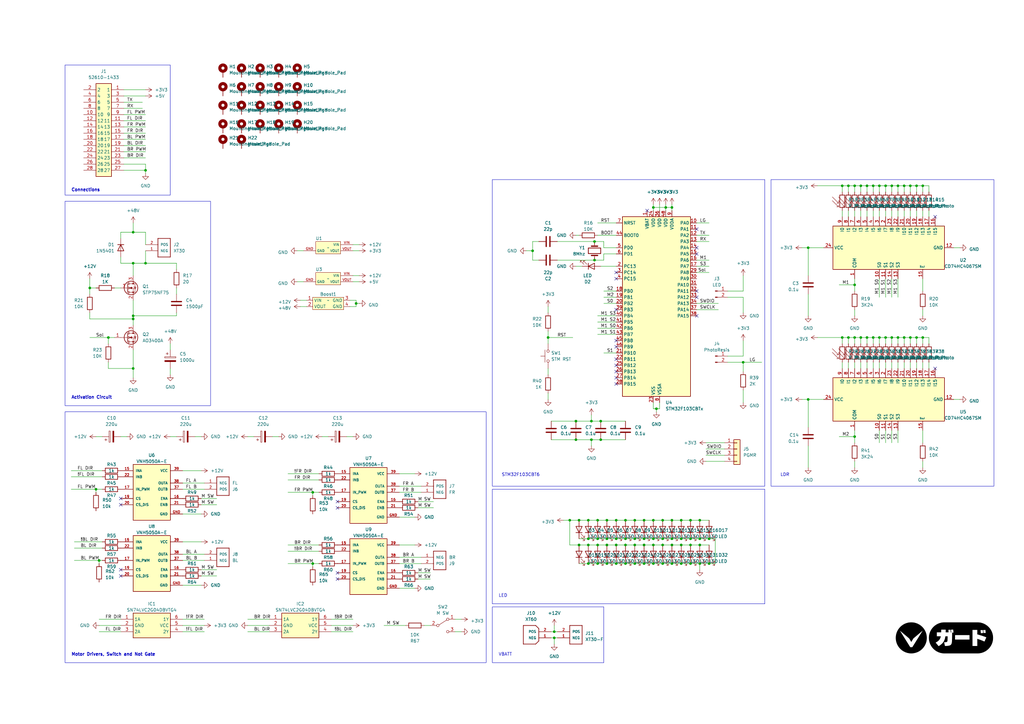
<source format=kicad_sch>
(kicad_sch (version 20230121) (generator eeschema)
  (paper "A3")
  (title_block (title "Layer 1") (date "2023-04-21") (rev "1") (company "Sentinels Robotics"))
  (junction (at 331.47 101.6))
  (junction (at 365.76 138.43))
  (junction (at 275.59 213.36))
  (junction (at 275.59 231.14))
  (junction (at 287.02 213.36))
  (junction (at 245.11 220.98))
  (junction (at 252.73 223.52))
  (junction (at 227.33 259.08))
  (junction (at 360.68 138.43))
  (junction (at 248.92 213.36))
  (junction (at 59.69 69.85))
  (junction (at 264.16 213.36))
  (junction (at 368.3 138.43))
  (junction (at 331.47 163.83))
  (junction (at 260.35 220.98))
  (junction (at 237.49 213.36))
  (junction (at 264.16 220.98))
  (junction (at 54.61 130.81))
  (junction (at 267.97 85.09))
  (junction (at 59.69 107.95))
  (junction (at 36.83 118.11))
  (junction (at 370.84 138.43))
  (junction (at 260.35 213.36))
  (junction (at 350.52 179.07))
  (junction (at 227.33 261.62))
  (junction (at 267.97 231.14))
  (junction (at 269.24 167.64))
  (junction (at 252.73 220.98))
  (junction (at 146.05 124.46))
  (junction (at 275.59 223.52))
  (junction (at 264.16 223.52))
  (junction (at 267.97 220.98))
  (junction (at 242.57 172.72))
  (junction (at 345.44 76.2))
  (junction (at 363.22 138.43))
  (junction (at 242.57 180.34))
  (junction (at 350.52 116.84))
  (junction (at 378.46 76.2))
  (junction (at 54.61 151.13))
  (junction (at 128.27 201.93))
  (junction (at 243.84 106.68))
  (junction (at 256.54 231.14))
  (junction (at 248.92 223.52))
  (junction (at 279.4 223.52))
  (junction (at 241.3 231.14))
  (junction (at 267.97 213.36))
  (junction (at 54.61 107.95))
  (junction (at 267.97 223.52))
  (junction (at 353.06 138.43))
  (junction (at 241.3 220.98))
  (junction (at 350.52 138.43))
  (junction (at 40.64 229.87))
  (junction (at 347.98 76.2))
  (junction (at 373.38 76.2))
  (junction (at 271.78 213.36))
  (junction (at 237.49 223.52))
  (junction (at 252.73 213.36))
  (junction (at 283.21 231.14))
  (junction (at 248.92 231.14))
  (junction (at 273.05 85.09))
  (junction (at 54.61 129.54))
  (junction (at 44.45 138.43))
  (junction (at 260.35 223.52))
  (junction (at 39.37 200.66))
  (junction (at 271.78 223.52))
  (junction (at 246.38 172.72))
  (junction (at 233.68 213.36))
  (junction (at 283.21 223.52))
  (junction (at 355.6 138.43))
  (junction (at 375.92 76.2))
  (junction (at 345.44 138.43))
  (junction (at 358.14 76.2))
  (junction (at 279.4 231.14))
  (junction (at 375.92 138.43))
  (junction (at 373.38 138.43))
  (junction (at 287.02 220.98))
  (junction (at 358.14 138.43))
  (junction (at 279.4 220.98))
  (junction (at 241.3 213.36))
  (junction (at 246.38 180.34))
  (junction (at 241.3 223.52))
  (junction (at 256.54 213.36))
  (junction (at 271.78 231.14))
  (junction (at 224.79 138.43))
  (junction (at 287.02 223.52))
  (junction (at 347.98 138.43))
  (junction (at 252.73 231.14))
  (junction (at 287.02 231.14))
  (junction (at 365.76 76.2))
  (junction (at 275.59 220.98))
  (junction (at 256.54 220.98))
  (junction (at 236.22 172.72))
  (junction (at 370.84 76.2))
  (junction (at 290.83 231.14))
  (junction (at 245.11 231.14))
  (junction (at 256.54 223.52))
  (junction (at 360.68 76.2))
  (junction (at 275.59 85.09))
  (junction (at 355.6 76.2))
  (junction (at 378.46 138.43))
  (junction (at 271.78 220.98))
  (junction (at 290.83 220.98))
  (junction (at 304.8 148.59))
  (junction (at 243.84 99.06))
  (junction (at 279.4 213.36))
  (junction (at 353.06 76.2))
  (junction (at 54.61 95.25))
  (junction (at 260.35 231.14))
  (junction (at 283.21 213.36))
  (junction (at 248.92 220.98))
  (junction (at 363.22 76.2))
  (junction (at 264.16 231.14))
  (junction (at 245.11 213.36))
  (junction (at 350.52 76.2))
  (junction (at 218.44 102.87))
  (junction (at 128.27 231.14))
  (junction (at 236.22 180.34))
  (junction (at 245.11 223.52))
  (junction (at 283.21 220.98))
  (junction (at 368.3 76.2))
  (no_connect (at 138.43 208.28))
  (no_connect (at 138.43 237.49))
  (no_connect (at 252.73 142.24))
  (no_connect (at 49.53 236.22))
  (no_connect (at 138.43 234.95))
  (no_connect (at 285.75 101.6))
  (no_connect (at 252.73 149.86))
  (no_connect (at 252.73 152.4))
  (no_connect (at 252.73 114.3))
  (no_connect (at 252.73 154.94))
  (no_connect (at 138.43 205.74))
  (no_connect (at 285.75 121.92))
  (no_connect (at 383.54 88.9))
  (no_connect (at 285.75 119.38))
  (no_connect (at 252.73 147.32))
  (no_connect (at 285.75 129.54))
  (no_connect (at 252.73 111.76))
  (no_connect (at 285.75 93.98))
  (no_connect (at 49.53 233.68))
  (no_connect (at 252.73 127))
  (no_connect (at 285.75 104.14))
  (no_connect (at 49.53 207.01))
  (no_connect (at 49.53 204.47))
  (no_connect (at 383.54 151.13))
  (no_connect (at 265.43 86.36))
  (no_connect (at 252.73 139.7))
  (no_connect (at 252.73 157.48))
  (wire (pts (xy 54.61 107.95) (xy 59.69 107.95)))
  (wire (pts (xy 247.65 101.6) (xy 252.73 101.6)))
  (wire (pts (xy 271.78 213.36) (xy 275.59 213.36)))
  (wire (pts (xy 44.45 151.13) (xy 54.61 151.13)))
  (wire (pts (xy 226.06 172.72) (xy 236.22 172.72)))
  (wire (pts (xy 298.45 121.92) (xy 304.8 121.92)))
  (wire (pts (xy 227.33 261.62) (xy 228.6 261.62)))
  (wire (pts (xy 256.54 223.52) (xy 260.35 223.52)))
  (wire (pts (xy 267.97 213.36) (xy 271.78 213.36)))
  (wire (pts (xy 331.47 182.88) (xy 331.47 191.77)))
  (wire (pts (xy 381 86.36) (xy 381 88.9)))
  (wire (pts (xy 363.22 148.59) (xy 363.22 151.13)))
  (wire (pts (xy 72.39 128.27) (xy 72.39 129.54)))
  (wire (pts (xy 233.68 223.52) (xy 233.68 213.36)))
  (wire (pts (xy 236.22 180.34) (xy 242.57 180.34)))
  (wire (pts (xy 54.61 91.44) (xy 54.61 95.25)))
  (wire (pts (xy 171.45 205.74) (xy 177.8 205.74)))
  (wire (pts (xy 275.59 213.36) (xy 279.4 213.36)))
  (wire (pts (xy 368.3 114.3) (xy 368.3 121.92)))
  (wire (pts (xy 304.8 113.03) (xy 304.8 119.38)))
  (wire (pts (xy 267.97 83.82) (xy 267.97 85.09)))
  (wire (pts (xy 328.93 101.6) (xy 331.47 101.6)))
  (wire (pts (xy 360.68 138.43) (xy 360.68 140.97)))
  (wire (pts (xy 40.64 254) (xy 49.53 254)))
  (wire (pts (xy 54.61 143.51) (xy 54.61 151.13)))
  (wire (pts (xy 224.79 138.43) (xy 224.79 140.97)))
  (wire (pts (xy 365.76 138.43) (xy 365.76 140.97)))
  (wire (pts (xy 344.17 179.07) (xy 350.52 179.07)))
  (wire (pts (xy 270.51 83.82) (xy 270.51 86.36)))
  (wire (pts (xy 242.57 180.34) (xy 246.38 180.34)))
  (wire (pts (xy 69.85 179.07) (xy 72.39 179.07)))
  (wire (pts (xy 345.44 76.2) (xy 335.28 76.2)))
  (wire (pts (xy 373.38 138.43) (xy 373.38 140.97)))
  (wire (pts (xy 345.44 148.59) (xy 345.44 151.13)))
  (wire (pts (xy 304.8 148.59) (xy 304.8 152.4)))
  (wire (pts (xy 82.55 204.47) (xy 88.9 204.47)))
  (wire (pts (xy 50.8 49.53) (xy 59.69 49.53)))
  (wire (pts (xy 271.78 231.14) (xy 275.59 231.14)))
  (wire (pts (xy 285.75 91.44) (xy 290.83 91.44)))
  (wire (pts (xy 227.33 261.62) (xy 227.33 264.16)))
  (wire (pts (xy 365.76 138.43) (xy 363.22 138.43)))
  (wire (pts (xy 378.46 138.43) (xy 375.92 138.43)))
  (wire (pts (xy 226.06 261.62) (xy 227.33 261.62)))
  (wire (pts (xy 46.99 118.11) (xy 49.53 118.11)))
  (wire (pts (xy 54.61 130.81) (xy 54.61 133.35)))
  (wire (pts (xy 304.8 160.02) (xy 304.8 165.1)))
  (wire (pts (xy 144.78 102.87) (xy 147.32 102.87)))
  (wire (pts (xy 247.65 124.46) (xy 252.73 124.46)))
  (wire (pts (xy 135.89 254) (xy 144.78 254)))
  (wire (pts (xy 146.05 124.46) (xy 146.05 125.73)))
  (wire (pts (xy 297.18 184.15) (xy 289.56 184.15)))
  (wire (pts (xy 241.3 231.14) (xy 245.11 231.14)))
  (wire (pts (xy 370.84 148.59) (xy 370.84 151.13)))
  (wire (pts (xy 74.93 256.54) (xy 83.82 256.54)))
  (wire (pts (xy 353.06 76.2) (xy 350.52 76.2)))
  (wire (pts (xy 304.8 128.27) (xy 304.8 121.92)))
  (wire (pts (xy 370.84 138.43) (xy 370.84 140.97)))
  (wire (pts (xy 163.83 223.52) (xy 170.18 223.52)))
  (wire (pts (xy 114.3 179.07) (xy 111.76 179.07)))
  (wire (pts (xy 163.83 201.93) (xy 172.72 201.93)))
  (wire (pts (xy 331.47 120.65) (xy 331.47 129.54)))
  (wire (pts (xy 50.8 54.61) (xy 59.69 54.61)))
  (wire (pts (xy 270.51 167.64) (xy 270.51 165.1)))
  (wire (pts (xy 101.6 179.07) (xy 104.14 179.07)))
  (wire (pts (xy 74.93 198.12) (xy 83.82 198.12)))
  (wire (pts (xy 237.49 220.98) (xy 241.3 220.98)))
  (wire (pts (xy 39.37 200.66) (xy 41.91 200.66)))
  (wire (pts (xy 163.83 212.09) (xy 170.18 212.09)))
  (wire (pts (xy 293.37 220.98) (xy 293.37 231.14)))
  (wire (pts (xy 50.8 57.15) (xy 59.69 57.15)))
  (wire (pts (xy 226.06 180.34) (xy 236.22 180.34)))
  (wire (pts (xy 350.52 148.59) (xy 350.52 151.13)))
  (wire (pts (xy 378.46 189.23) (xy 378.46 191.77)))
  (wire (pts (xy 350.52 189.23) (xy 350.52 191.77)))
  (wire (pts (xy 252.73 213.36) (xy 256.54 213.36)))
  (wire (pts (xy 365.76 76.2) (xy 363.22 76.2)))
  (wire (pts (xy 378.46 176.53) (xy 378.46 181.61)))
  (wire (pts (xy 40.64 231.14) (xy 40.64 229.87)))
  (wire (pts (xy 360.68 138.43) (xy 358.14 138.43)))
  (wire (pts (xy 74.93 227.33) (xy 83.82 227.33)))
  (wire (pts (xy 163.83 194.31) (xy 170.18 194.31)))
  (wire (pts (xy 350.52 116.84) (xy 350.52 119.38)))
  (wire (pts (xy 50.8 69.85) (xy 59.69 69.85)))
  (wire (pts (xy 368.3 76.2) (xy 368.3 78.74)))
  (wire (pts (xy 74.93 193.04) (xy 82.55 193.04)))
  (wire (pts (xy 101.6 254) (xy 110.49 254)))
  (wire (pts (xy 347.98 138.43) (xy 345.44 138.43)))
  (wire (pts (xy 248.92 220.98) (xy 252.73 220.98)))
  (wire (pts (xy 163.83 228.6) (xy 172.72 228.6)))
  (wire (pts (xy 345.44 138.43) (xy 345.44 140.97)))
  (wire (pts (xy 256.54 220.98) (xy 260.35 220.98)))
  (wire (pts (xy 241.3 223.52) (xy 245.11 223.52)))
  (wire (pts (xy 285.75 96.52) (xy 290.83 96.52)))
  (wire (pts (xy 391.16 101.6) (xy 393.7 101.6)))
  (wire (pts (xy 375.92 76.2) (xy 375.92 78.74)))
  (wire (pts (xy 331.47 163.83) (xy 337.82 163.83)))
  (wire (pts (xy 118.11 194.31) (xy 130.81 194.31)))
  (wire (pts (xy 381 78.74) (xy 381 76.2)))
  (wire (pts (xy 273.05 85.09) (xy 275.59 85.09)))
  (wire (pts (xy 128.27 201.93) (xy 130.81 201.93)))
  (wire (pts (xy 271.78 223.52) (xy 275.59 223.52)))
  (wire (pts (xy 353.06 138.43) (xy 353.06 140.97)))
  (wire (pts (xy 236.22 109.22) (xy 238.76 109.22)))
  (wire (pts (xy 344.17 116.84) (xy 350.52 116.84)))
  (wire (pts (xy 54.61 129.54) (xy 54.61 130.81)))
  (wire (pts (xy 245.11 96.52) (xy 252.73 96.52)))
  (wire (pts (xy 241.3 220.98) (xy 245.11 220.98)))
  (wire (pts (xy 283.21 220.98) (xy 279.4 220.98)))
  (wire (pts (xy 36.83 114.3) (xy 36.83 118.11)))
  (wire (pts (xy 365.76 86.36) (xy 365.76 88.9)))
  (wire (pts (xy 331.47 101.6) (xy 337.82 101.6)))
  (wire (pts (xy 269.24 167.64) (xy 269.24 168.91)))
  (wire (pts (xy 347.98 86.36) (xy 347.98 88.9)))
  (wire (pts (xy 256.54 213.36) (xy 260.35 213.36)))
  (wire (pts (xy 363.22 86.36) (xy 363.22 88.9)))
  (wire (pts (xy 227.33 259.08) (xy 228.6 259.08)))
  (wire (pts (xy 171.45 234.95) (xy 176.53 234.95)))
  (wire (pts (xy 247.65 106.68) (xy 247.65 104.14)))
  (wire (pts (xy 30.48 222.25) (xy 41.91 222.25)))
  (wire (pts (xy 69.85 151.13) (xy 69.85 153.67)))
  (wire (pts (xy 360.68 76.2) (xy 360.68 78.74)))
  (wire (pts (xy 143.51 123.19) (xy 146.05 123.19)))
  (wire (pts (xy 128.27 231.14) (xy 130.81 231.14)))
  (wire (pts (xy 171.45 208.28) (xy 177.8 208.28)))
  (wire (pts (xy 224.79 125.73) (xy 224.79 128.27)))
  (wire (pts (xy 267.97 220.98) (xy 271.78 220.98)))
  (wire (pts (xy 298.45 148.59) (xy 304.8 148.59)))
  (wire (pts (xy 363.22 176.53) (xy 363.22 181.61)))
  (wire (pts (xy 242.57 172.72) (xy 246.38 172.72)))
  (wire (pts (xy 350.52 127) (xy 350.52 129.54)))
  (wire (pts (xy 297.18 186.69) (xy 289.56 186.69)))
  (wire (pts (xy 228.6 99.06) (xy 243.84 99.06)))
  (wire (pts (xy 358.14 138.43) (xy 355.6 138.43)))
  (wire (pts (xy 128.27 231.14) (xy 128.27 232.41)))
  (wire (pts (xy 345.44 86.36) (xy 345.44 88.9)))
  (wire (pts (xy 373.38 86.36) (xy 373.38 88.9)))
  (wire (pts (xy 82.55 179.07) (xy 80.01 179.07)))
  (wire (pts (xy 101.6 259.08) (xy 110.49 259.08)))
  (wire (pts (xy 293.37 220.98) (xy 290.83 220.98)))
  (wire (pts (xy 74.93 200.66) (xy 83.82 200.66)))
  (wire (pts (xy 271.78 220.98) (xy 275.59 220.98)))
  (wire (pts (xy 49.53 107.95) (xy 49.53 105.41)))
  (wire (pts (xy 260.35 223.52) (xy 264.16 223.52)))
  (wire (pts (xy 365.76 148.59) (xy 365.76 151.13)))
  (wire (pts (xy 36.83 138.43) (xy 44.45 138.43)))
  (wire (pts (xy 275.59 231.14) (xy 279.4 231.14)))
  (wire (pts (xy 245.11 223.52) (xy 248.92 223.52)))
  (wire (pts (xy 82.55 236.22) (xy 88.9 236.22)))
  (wire (pts (xy 363.22 76.2) (xy 363.22 78.74)))
  (wire (pts (xy 237.49 213.36) (xy 241.3 213.36)))
  (wire (pts (xy 378.46 138.43) (xy 381 138.43)))
  (wire (pts (xy 29.21 195.58) (xy 41.91 195.58)))
  (wire (pts (xy 128.27 203.2) (xy 128.27 201.93)))
  (wire (pts (xy 144.78 100.33) (xy 147.32 100.33)))
  (wire (pts (xy 378.46 138.43) (xy 378.46 140.97)))
  (wire (pts (xy 72.39 118.11) (xy 72.39 120.65)))
  (wire (pts (xy 273.05 85.09) (xy 273.05 86.36)))
  (wire (pts (xy 360.68 148.59) (xy 360.68 151.13)))
  (wire (pts (xy 245.11 220.98) (xy 248.92 220.98)))
  (wire (pts (xy 218.44 99.06) (xy 218.44 102.87)))
  (wire (pts (xy 331.47 163.83) (xy 331.47 175.26)))
  (wire (pts (xy 231.14 213.36) (xy 233.68 213.36)))
  (wire (pts (xy 163.83 231.14) (xy 172.72 231.14)))
  (wire (pts (xy 290.83 111.76) (xy 285.75 111.76)))
  (wire (pts (xy 132.08 179.07) (xy 134.62 179.07)))
  (wire (pts (xy 368.3 76.2) (xy 365.76 76.2)))
  (wire (pts (xy 256.54 231.14) (xy 260.35 231.14)))
  (wire (pts (xy 378.46 86.36) (xy 378.46 88.9)))
  (wire (pts (xy 267.97 85.09) (xy 267.97 86.36)))
  (wire (pts (xy 44.45 138.43) (xy 46.99 138.43)))
  (wire (pts (xy 370.84 86.36) (xy 370.84 88.9)))
  (wire (pts (xy 224.79 135.89) (xy 224.79 138.43)))
  (wire (pts (xy 237.49 96.52) (xy 236.22 96.52)))
  (wire (pts (xy 50.8 59.69) (xy 59.69 59.69)))
  (wire (pts (xy 123.19 123.19) (xy 125.73 123.19)))
  (wire (pts (xy 245.11 91.44) (xy 252.73 91.44)))
  (wire (pts (xy 44.45 148.59) (xy 44.45 151.13)))
  (wire (pts (xy 285.75 127) (xy 294.64 127)))
  (wire (pts (xy 368.3 138.43) (xy 365.76 138.43)))
  (wire (pts (xy 285.75 109.22) (xy 290.83 109.22)))
  (wire (pts (xy 378.46 148.59) (xy 378.46 151.13)))
  (wire (pts (xy 245.11 137.16) (xy 252.73 137.16)))
  (wire (pts (xy 370.84 76.2) (xy 370.84 78.74)))
  (wire (pts (xy 363.22 76.2) (xy 360.68 76.2)))
  (wire (pts (xy 358.14 138.43) (xy 358.14 140.97)))
  (wire (pts (xy 264.16 220.98) (xy 267.97 220.98)))
  (wire (pts (xy 39.37 179.07) (xy 41.91 179.07)))
  (wire (pts (xy 121.92 102.87) (xy 124.46 102.87)))
  (wire (pts (xy 144.78 113.03) (xy 147.32 113.03)))
  (wire (pts (xy 233.68 223.52) (xy 237.49 223.52)))
  (wire (pts (xy 237.49 223.52) (xy 241.3 223.52)))
  (wire (pts (xy 381 148.59) (xy 381 151.13)))
  (wire (pts (xy 363.22 138.43) (xy 360.68 138.43)))
  (wire (pts (xy 370.84 76.2) (xy 368.3 76.2)))
  (wire (pts (xy 252.73 223.52) (xy 256.54 223.52)))
  (wire (pts (xy 82.55 233.68) (xy 88.9 233.68)))
  (wire (pts (xy 163.83 199.39) (xy 172.72 199.39)))
  (wire (pts (xy 273.05 83.82) (xy 273.05 85.09)))
  (wire (pts (xy 245.11 231.14) (xy 248.92 231.14)))
  (wire (pts (xy 355.6 76.2) (xy 353.06 76.2)))
  (wire (pts (xy 36.83 118.11) (xy 36.83 120.65)))
  (wire (pts (xy 365.76 114.3) (xy 365.76 121.92)))
  (wire (pts (xy 40.64 229.87) (xy 41.91 229.87)))
  (wire (pts (xy 252.73 220.98) (xy 256.54 220.98)))
  (wire (pts (xy 298.45 119.38) (xy 304.8 119.38)))
  (wire (pts (xy 358.14 148.59) (xy 358.14 151.13)))
  (wire (pts (xy 275.59 223.52) (xy 279.4 223.52)))
  (wire (pts (xy 358.14 76.2) (xy 358.14 78.74)))
  (wire (pts (xy 50.8 41.91) (xy 58.42 41.91)))
  (wire (pts (xy 375.92 76.2) (xy 373.38 76.2)))
  (wire (pts (xy 54.61 151.13) (xy 54.61 154.94)))
  (wire (pts (xy 74.93 259.08) (xy 83.82 259.08)))
  (wire (pts (xy 59.69 107.95) (xy 72.39 107.95)))
  (wire (pts (xy 360.68 176.53) (xy 360.68 181.61)))
  (wire (pts (xy 246.38 172.72) (xy 256.54 172.72)))
  (wire (pts (xy 146.05 124.46) (xy 147.32 124.46)))
  (wire (pts (xy 355.6 76.2) (xy 355.6 78.74)))
  (wire (pts (xy 269.24 167.64) (xy 270.51 167.64)))
  (wire (pts (xy 248.92 223.52) (xy 252.73 223.52)))
  (wire (pts (xy 52.07 179.07) (xy 49.53 179.07)))
  (wire (pts (xy 245.11 132.08) (xy 252.73 132.08)))
  (wire (pts (xy 54.61 95.25) (xy 59.69 95.25)))
  (wire (pts (xy 74.93 222.25) (xy 82.55 222.25)))
  (wire (pts (xy 360.68 114.3) (xy 360.68 121.92)))
  (wire (pts (xy 59.69 71.12) (xy 59.69 69.85)))
  (wire (pts (xy 355.6 138.43) (xy 355.6 140.97)))
  (wire (pts (xy 49.53 95.25) (xy 54.61 95.25)))
  (wire (pts (xy 224.79 138.43) (xy 234.95 138.43)))
  (wire (pts (xy 227.33 256.54) (xy 227.33 259.08)))
  (wire (pts (xy 118.11 201.93) (xy 128.27 201.93)))
  (wire (pts (xy 375.92 148.59) (xy 375.92 151.13)))
  (wire (pts (xy 144.78 115.57) (xy 147.32 115.57)))
  (wire (pts (xy 350.52 114.3) (xy 350.52 116.84)))
  (wire (pts (xy 373.38 76.2) (xy 373.38 78.74)))
  (wire (pts (xy 74.93 229.87) (xy 83.82 229.87)))
  (wire (pts (xy 381 76.2) (xy 378.46 76.2)))
  (wire (pts (xy 74.93 254) (xy 83.82 254)))
  (wire (pts (xy 350.52 138.43) (xy 350.52 140.97)))
  (wire (pts (xy 350.52 86.36) (xy 350.52 88.9)))
  (wire (pts (xy 247.65 144.78) (xy 252.73 144.78)))
  (wire (pts (xy 118.11 226.06) (xy 130.81 226.06)))
  (wire (pts (xy 40.64 259.08) (xy 49.53 259.08)))
  (wire (pts (xy 243.84 99.06) (xy 247.65 99.06)))
  (wire (pts (xy 36.83 130.81) (xy 54.61 130.81)))
  (wire (pts (xy 363.22 138.43) (xy 363.22 140.97)))
  (wire (pts (xy 146.05 123.19) (xy 146.05 124.46)))
  (wire (pts (xy 226.06 259.08) (xy 227.33 259.08)))
  (wire (pts (xy 69.85 140.97) (xy 69.85 143.51)))
  (wire (pts (xy 264.16 213.36) (xy 260.35 213.36)))
  (wire (pts (xy 224.79 153.67) (xy 224.79 151.13)))
  (wire (pts (xy 347.98 138.43) (xy 347.98 140.97)))
  (wire (pts (xy 252.73 129.54) (xy 245.11 129.54)))
  (wire (pts (xy 118.11 223.52) (xy 130.81 223.52)))
  (wire (pts (xy 242.57 170.18) (xy 242.57 172.72)))
  (wire (pts (xy 350.52 76.2) (xy 350.52 78.74)))
  (wire (pts (xy 279.4 223.52) (xy 283.21 223.52)))
  (wire (pts (xy 50.8 39.37) (xy 59.69 39.37)))
  (wire (pts (xy 29.21 200.66) (xy 39.37 200.66)))
  (wire (pts (xy 135.89 259.08) (xy 144.78 259.08)))
  (wire (pts (xy 279.4 220.98) (xy 275.59 220.98)))
  (wire (pts (xy 365.76 76.2) (xy 365.76 78.74)))
  (wire (pts (xy 353.06 138.43) (xy 350.52 138.43)))
  (wire (pts (xy 298.45 146.05) (xy 304.8 146.05)))
  (wire (pts (xy 360.68 76.2) (xy 358.14 76.2)))
  (wire (pts (xy 242.57 180.34) (xy 242.57 182.88)))
  (wire (pts (xy 74.93 210.82) (xy 82.55 210.82)))
  (wire (pts (xy 237.49 231.14) (xy 241.3 231.14)))
  (wire (pts (xy 368.3 176.53) (xy 368.3 181.61)))
  (wire (pts (xy 228.6 106.68) (xy 243.84 106.68)))
  (wire (pts (xy 289.56 181.61) (xy 297.18 181.61)))
  (wire (pts (xy 275.59 85.09) (xy 275.59 86.36)))
  (wire (pts (xy 368.3 138.43) (xy 368.3 140.97)))
  (wire (pts (xy 283.21 213.36) (xy 287.02 213.36)))
  (wire (pts (xy 381 138.43) (xy 381 140.97)))
  (wire (pts (xy 50.8 44.45) (xy 58.42 44.45)))
  (wire (pts (xy 375.92 138.43) (xy 375.92 140.97)))
  (wire (pts (xy 121.92 115.57) (xy 124.46 115.57)))
  (wire (pts (xy 246.38 109.22) (xy 252.73 109.22)))
  (wire (pts (xy 378.46 76.2) (xy 375.92 76.2)))
  (wire (pts (xy 29.21 193.04) (xy 41.91 193.04)))
  (wire (pts (xy 355.6 138.43) (xy 353.06 138.43)))
  (wire (pts (xy 260.35 220.98) (xy 264.16 220.98)))
  (wire (pts (xy 368.3 86.36) (xy 368.3 88.9)))
  (wire (pts (xy 353.06 86.36) (xy 353.06 88.9)))
  (wire (pts (xy 50.8 52.07) (xy 59.69 52.07)))
  (wire (pts (xy 236.22 172.72) (xy 242.57 172.72)))
  (wire (pts (xy 50.8 64.77) (xy 59.69 64.77)))
  (wire (pts (xy 44.45 138.43) (xy 44.45 140.97)))
  (wire (pts (xy 350.52 179.07) (xy 350.52 181.61)))
  (wire (pts (xy 287.02 213.36) (xy 290.83 213.36)))
  (wire (pts (xy 49.53 95.25) (xy 49.53 97.79)))
  (wire (pts (xy 353.06 148.59) (xy 353.06 151.13)))
  (wire (pts (xy 215.9 102.87) (xy 218.44 102.87)))
  (wire (pts (xy 233.68 213.36) (xy 237.49 213.36)))
  (wire (pts (xy 279.4 213.36) (xy 283.21 213.36)))
  (wire (pts (xy 243.84 106.68) (xy 247.65 106.68)))
  (wire (pts (xy 39.37 201.93) (xy 39.37 200.66)))
  (wire (pts (xy 350.52 176.53) (xy 350.52 179.07)))
  (wire (pts (xy 267.97 165.1) (xy 267.97 167.64)))
  (wire (pts (xy 163.83 241.3) (xy 170.18 241.3)))
  (wire (pts (xy 287.02 220.98) (xy 283.21 220.98)))
  (wire (pts (xy 370.84 138.43) (xy 368.3 138.43)))
  (wire (pts (xy 285.75 106.68) (xy 290.83 106.68)))
  (wire (pts (xy 246.38 180.34) (xy 256.54 180.34)))
  (wire (pts (xy 59.69 100.33) (xy 59.69 95.25)))
  (wire (pts (xy 375.92 86.36) (xy 375.92 88.9)))
  (wire (pts (xy 360.68 86.36) (xy 360.68 88.9)))
  (wire (pts (xy 287.02 223.52) (xy 290.83 223.52)))
  (wire (pts (xy 252.73 231.14) (xy 256.54 231.14)))
  (wire (pts (xy 264.16 213.36) (xy 267.97 213.36)))
  (wire (pts (xy 353.06 76.2) (xy 353.06 78.74)))
  (wire (pts (xy 144.78 179.07) (xy 142.24 179.07)))
  (wire (pts (xy 50.8 62.23) (xy 59.69 62.23)))
  (wire (pts (xy 186.69 259.08) (xy 189.23 259.08)))
  (wire (pts (xy 173.99 256.54) (xy 176.53 256.54)))
  (wire (pts (xy 290.83 231.14) (xy 293.37 231.14)))
  (wire (pts (xy 72.39 107.95) (xy 72.39 110.49)))
  (wire (pts (xy 220.98 99.06) (xy 218.44 99.06)))
  (wire (pts (xy 260.35 231.14) (xy 264.16 231.14)))
  (wire (pts (xy 287.02 231.14) (xy 287.02 233.68)))
  (wire (pts (xy 118.11 231.14) (xy 128.27 231.14)))
  (wire (pts (xy 54.61 107.95) (xy 54.61 113.03)))
  (wire (pts (xy 267.97 167.64) (xy 269.24 167.64)))
  (wire (pts (xy 283.21 223.52) (xy 287.02 223.52)))
  (wire (pts (xy 245.11 134.62) (xy 252.73 134.62)))
  (wire (pts (xy 285.75 99.06) (xy 290.83 99.06)))
  (wire (pts (xy 30.48 229.87) (xy 40.64 229.87)))
  (wire (pts (xy 328.93 163.83) (xy 331.47 163.83)))
  (wire (pts (xy 355.6 148.59) (xy 355.6 151.13)))
  (wire (pts (xy 49.53 256.54) (xy 40.64 256.54)))
  (wire (pts (xy 378.46 114.3) (xy 378.46 119.38)))
  (wire (pts (xy 59.69 67.31) (xy 59.69 69.85)))
  (wire (pts (xy 304.8 139.7) (xy 304.8 146.05)))
  (wire (pts (xy 110.49 256.54) (xy 101.6 256.54)))
  (wire (pts (xy 350.52 138.43) (xy 347.98 138.43)))
  (wire (pts (xy 267.97 231.14) (xy 271.78 231.14)))
  (wire (pts (xy 283.21 231.14) (xy 287.02 231.14)))
  (wire (pts (xy 54.61 107.95) (xy 49.53 107.95)))
  (wire (pts (xy 304.8 148.59) (xy 312.42 148.59)))
  (wire (pts (xy 54.61 129.54) (xy 72.39 129.54)))
  (wire (pts (xy 378.46 76.2) (xy 378.46 78.74)))
  (wire (pts (xy 171.45 237.49) (xy 176.53 237.49)))
  (wire (pts (xy 218.44 102.87) (xy 218.44 106.68)))
  (wire (pts (xy 350.52 76.2) (xy 347.98 76.2)))
  (wire (pts (xy 50.8 36.83) (xy 59.69 36.83)))
  (wire (pts (xy 247.65 104.14) (xy 252.73 104.14)))
  (wire (pts (xy 247.65 121.92) (xy 252.73 121.92)))
  (wire (pts (xy 345.44 138.43) (xy 335.28 138.43)))
  (wire (pts (xy 375.92 138.43) (xy 373.38 138.43)))
  (wire (pts (xy 157.48 256.54) (xy 166.37 256.54)))
  (wire (pts (xy 143.51 125.73) (xy 146.05 125.73)))
  (wire (pts (xy 135.89 256.54) (xy 144.78 256.54)))
  (wire (pts (xy 36.83 128.27) (xy 36.83 130.81)))
  (wire (pts (xy 287.02 231.14) (xy 290.83 231.14)))
  (wire (pts (xy 363.22 114.3) (xy 363.22 121.92)))
  (wire (pts (xy 391.16 163.83) (xy 393.7 163.83)))
  (wire (pts (xy 285.75 124.46) (xy 294.64 124.46)))
  (wire (pts (xy 54.61 123.19) (xy 54.61 129.54)))
  (wire (pts (xy 218.44 106.68) (xy 220.98 106.68)))
  (wire (pts (xy 347.98 76.2) (xy 347.98 78.74)))
  (wire (pts (xy 365.76 176.53) (xy 365.76 181.61)))
  (wire (pts (xy 264.16 231.14) (xy 267.97 231.14)))
  (wire (pts (xy 248.92 213.36) (xy 252.73 213.36)))
  (wire (pts (xy 245.11 213.36) (xy 248.92 213.36)))
  (wire (pts (xy 30.48 224.79) (xy 41.91 224.79)))
  (wire (pts (xy 123.19 125.73) (xy 125.73 125.73)))
  (wire (pts (xy 358.14 76.2) (xy 355.6 76.2)))
  (wire (pts (xy 275.59 83.82) (xy 275.59 85.09)))
  (wire (pts (xy 247.65 119.38) (xy 252.73 119.38)))
  (wire (pts (xy 224.79 161.29) (xy 224.79 163.83)))
  (wire (pts (xy 345.44 76.2) (xy 345.44 78.74)))
  (wire (pts (xy 82.55 207.01) (xy 88.9 207.01)))
  (wire (pts (xy 50.8 46.99) (xy 59.69 46.99)))
  (wire (pts (xy 264.16 223.52) (xy 267.97 223.52)))
  (wire (pts (xy 50.8 67.31) (xy 59.69 67.31)))
  (wire (pts (xy 373.38 148.59) (xy 373.38 151.13)))
  (wire (pts (xy 118.11 196.85) (xy 130.81 196.85)))
  (wire (pts (xy 373.38 76.2) (xy 370.84 76.2)))
  (wire (pts (xy 297.18 189.23) (xy 289.56 189.23)))
  (wire (pts (xy 355.6 86.36) (xy 355.6 88.9)))
  (wire (pts (xy 368.3 148.59) (xy 368.3 151.13)))
  (wire (pts (xy 248.92 231.14) (xy 252.73 231.14)))
  (wire (pts (xy 373.38 138.43) (xy 370.84 138.43)))
  (wire (pts (xy 247.65 99.06) (xy 247.65 101.6)))
  (wire (pts (xy 347.98 148.59) (xy 347.98 151.13)))
  (wire (pts (xy 241.3 213.36) (xy 245.11 213.36)))
  (wire (pts (xy 331.47 101.6) (xy 331.47 113.03)))
  (wire (pts (xy 186.69 254) (xy 189.23 254)))
  (wire (pts (xy 59.69 102.87) (xy 59.69 107.95)))
  (wire (pts (xy 290.83 220.98) (xy 287.02 220.98)))
  (wire (pts (xy 347.98 76.2) (xy 345.44 76.2)))
  (wire (pts (xy 378.46 127) (xy 378.46 129.54)))
  (wire (pts (xy 267.97 85.09) (xy 273.05 85.09)))
  (wire (pts (xy 358.14 86.36) (xy 358.14 88.9)))
  (wire (pts (xy 279.4 231.14) (xy 283.21 231.14)))
  (wire (pts (xy 267.97 223.52) (xy 271.78 223.52)))
  (wire (pts (xy 74.93 240.03) (xy 82.55 240.03)))
  (wire (pts (xy 39.37 118.11) (xy 36.83 118.11)))
  (rectangle (start 201.93 248.92) (end 247.65 271.78))
  (rectangle (start 26.67 26.67) (end 69.85 80.01))
  (rectangle (start 26.67 168.91) (end 199.39 271.78))
  (rectangle (start 201.93 200.66) (end 313.69 247.65))
  (rectangle (start 316.23 73.66) (end 407.67 199.39))
  (rectangle (start 26.67 82.55) (end 86.36 166.37))
  (rectangle (start 201.93 73.66) (end 313.69 199.39))
  (image (at 387.35 261.62) (scale 0.139323))
  (text "VBATT" (at 204.47 269.24 0) (effects (font (size 1.27 1.27)) (justify left bottom)))
  (text "LED" (at 204.47 245.11 0) (effects (font (size 1.27 1.27)) (justify left bottom)))
  (text "Activation Circuit" (at 29.21 163.83 0) (effects (font (size 1.27 1.27) bold) (justify left bottom)))
  (text "LDR" (at 320.04 195.58 0) (effects (font (size 1.27 1.27)) (justify left bottom)))
  (text "STM32F103CBT6" (at 205.74 195.58 0) (effects (font (size 1.27 1.27)) (justify left bottom)))
  (text "Motor Drivers, Switch and Not Gate" (at 29.21 269.24 0) (effects (font (size 1.27 1.27) bold) (justify left bottom)))
  (text "Connections" (at 29.21 78.74 0) (effects (font (size 1.27 1.27) (thickness 0.254) bold) (justify left bottom)))
  (label "FR PWM" (at 52.07 52.07 0))
  (label "FR PWM" (at 120.65 201.93 0))
  (label "M2" (at 248.92 121.92 0))
  (label "M1 S1" (at 363.22 120.65 90))
  (label "M1 S0" (at 360.68 120.65 90))
  (label "SWCLK" (at 295.91 186.69 180))
  (label "BR DIR" (at 52.07 64.77 0))
  (label "!FR DIR" (at 76.2 254 0))
  (label "M1 S2" (at 365.76 120.65 90))
  (label "M1 S2" (at 246.38 132.08 0))
  (label "!BL DIR" (at 33.02 222.25 0))
  (label "TX" (at 52.07 41.91 0))
  (label "!BR DIR" (at 137.16 254 0))
  (label "SWDIO" (at 295.91 184.15 180))
  (label "M1 S3" (at 368.3 120.65 90))
  (label "FL DIR" (at 31.75 193.04 0))
  (label "BL DIR" (at 33.02 224.79 0))
  (label "M1" (at 287.02 106.68 0))
  (label "M1 S1" (at 246.38 137.16 0))
  (label "S1" (at 248.92 144.78 0))
  (label "BR A" (at 165.1 228.6 0))
  (label "RST" (at 228.6 138.43 0))
  (label "S2" (at 365.76 180.34 90))
  (label "BR PWM" (at 120.65 231.14 0))
  (label "M SW" (at 82.55 233.68 0))
  (label "!FR DIR" (at 120.65 194.31 0))
  (label "BL A" (at 76.2 227.33 0))
  (label "RX" (at 287.02 99.06 0))
  (label "M1 S3" (at 246.38 129.54 0))
  (label "BR DIR" (at 120.65 223.52 0))
  (label "M SW" (at 171.45 237.49 0))
  (label "!BL DIR" (at 137.16 259.08 0))
  (label "!BR DIR" (at 120.65 226.06 0))
  (label "FL A" (at 76.2 198.12 0))
  (label "BL DIR" (at 104.14 259.08 0))
  (label "RST" (at 246.38 91.44 0))
  (label "S1" (at 363.22 180.34 90))
  (label "BL DIR" (at 52.07 59.69 0))
  (label "S2" (at 248.92 119.38 0))
  (label "LG" (at 287.02 91.44 0))
  (label "M SW" (at 82.55 204.47 0))
  (label "FL PWM" (at 52.07 46.99 0))
  (label "LG" (at 307.34 148.59 0))
  (label "SWCLK" (at 287.02 127 0))
  (label "!FL DIR" (at 31.75 195.58 0))
  (label "M SW" (at 82.55 236.22 0))
  (label "SWDIO" (at 287.02 124.46 0))
  (label "M SW" (at 171.45 205.74 0))
  (label "Sol" (at 289.56 111.76 180))
  (label "S0" (at 360.68 180.34 90))
  (label "S0" (at 248.92 124.46 0))
  (label "BR DIR" (at 104.14 254 0))
  (label "M SW" (at 171.45 208.28 0))
  (label "FL PWM" (at 31.75 200.66 0))
  (label "RX" (at 52.07 44.45 0))
  (label "FL B" (at 76.2 200.66 0))
  (label "S3" (at 287.02 109.22 0))
  (label "FR DIR" (at 43.18 254 0))
  (label "M SW" (at 171.45 234.95 0))
  (label "M SW" (at 163.83 256.54 180))
  (label "S3" (at 368.3 180.34 90))
  (label "BL PWM" (at 52.07 57.15 0))
  (label "FR DIR" (at 52.07 54.61 0))
  (label "BR PWM" (at 52.07 62.23 0))
  (label "M1" (at 345.44 116.84 0))
  (label "Sol" (at 39.37 138.43 0))
  (label "M2" (at 345.44 179.07 0))
  (label "M1 S0" (at 246.38 134.62 0))
  (label "M SW" (at 82.55 207.01 0))
  (label "BL B" (at 76.2 229.87 0))
  (label "FR B" (at 165.1 201.93 0))
  (label "FR DIR" (at 120.65 196.85 0))
  (label "BOOT" (at 246.38 96.52 0))
  (label "BR B" (at 165.1 231.14 0))
  (label "!FL DIR" (at 76.2 259.08 0))
  (label "FL DIR" (at 52.07 49.53 0))
  (label "FL DIR" (at 43.18 259.08 0))
  (label "BL PWM" (at 33.02 229.87 0))
  (label "FR A" (at 165.1 199.39 0))
  (label "TX" (at 287.02 96.52 0))
  (symbol (lib_id "power:+12V") (at 147.32 100.33 270) (unit 1)
    (property "Reference" "#PWR011" (effects hide))
    (property "Value" "+12V" (at 151.13 100.33 90) (effects (justify left)))
  )
  (symbol (lib_id "Device:R") (at 167.64 234.95 90) (unit 1)
    (property "Reference" "R63" (at 167.64 232.41 90))
    (property "Value" "1k" (at 167.64 234.95 90))
    (property "Footprint" "Robocup:res0603" (effects hide))
  )
  (symbol (lib_id "Device:LED") (at 260.35 227.33 90) (unit 1)
    (property "Reference" "D24" (at 264.16 227.6475 90) (effects (justify right)))
    (property "Value" "LED" (at 264.16 230.1875 90) (effects (justify right)))
    (property "Footprint" "Robocup:LED-3528" (effects hide))
  )
  (symbol (lib_id "Device:C") (at 331.47 179.07 0) (mirror x) (unit 1)
    (property "Reference" "C14" (at 327.66 178.435 0) (effects (justify right)))
    (property "Value" "0.1u" (at 327.66 180.975 0) (effects (justify right)))
    (property "Footprint" "Robocup:cap0603" (effects hide))
  )
  (symbol (lib_id "power:+48V") (at 69.85 140.97 0) (unit 1)
    (property "Reference" "#PWR033" (effects hide))
    (property "Value" "+48V" (at 69.85 135.89 0))
  )
  (symbol (lib_id "power:+12V") (at 39.37 179.07 90) (unit 1)
    (property "Reference" "#PWR042" (effects hide))
    (property "Value" "+12V" (at 35.56 179.07 90) (effects (justify left)))
  )
  (symbol (lib_id "Device:R_Photo") (at 350.52 144.78 0) (unit 1)
    (property "Reference" "R26" (at 353.06 144.145 0) (effects (justify left)))
    (property "Value" "R_Photo" (at 353.06 146.685 0) (effects (justify left)))
    (property "Footprint" "Robocup:ALS-PT19" (effects hide))
  )
  (symbol (lib_id "power:GND") (at 82.55 179.07 90) (unit 1)
    (property "Reference" "#PWR045" (effects hide))
    (property "Value" "GND" (at 86.36 179.07 90) (effects (justify right)))
  )
  (symbol (lib_id "Device:R") (at 39.37 205.74 0) (unit 1)
    (property "Reference" "R50" (at 41.91 205.105 0) (effects (justify left)))
    (property "Value" "10k" (at 41.91 207.645 0) (effects (justify left)))
    (property "Footprint" "Robocup:res0603" (effects hide))
  )
  (symbol (lib_id "Device:LED") (at 267.97 217.17 90) (unit 1)
    (property "Reference" "D11" (at 271.78 217.4875 90) (effects (justify right)))
    (property "Value" "LED" (at 271.78 220.0275 90) (effects (justify right)))
    (property "Footprint" "Robocup:LED-3528" (effects hide))
  )
  (symbol (lib_id "Device:LED") (at 252.73 217.17 90) (unit 1)
    (property "Reference" "D7" (at 256.54 217.4875 90) (effects (justify right)))
    (property "Value" "LED" (at 256.54 220.0275 90) (effects (justify right)))
    (property "Footprint" "Robocup:LED-3528" (effects hide))
  )
  (symbol (lib_id "power:GND") (at 236.22 96.52 270) (unit 1)
    (property "Reference" "#PWR010" (effects hide))
    (property "Value" "GND" (at 232.41 96.52 90) (effects (justify right)))
  )
  (symbol (lib_id "Device:R_Photo") (at 345.44 144.78 0) (unit 1)
    (property "Reference" "R24" (at 347.98 144.145 0) (effects (justify left)))
    (property "Value" "R_Photo" (at 347.98 146.685 0) (effects (justify left)))
    (property "Footprint" "Robocup:ALS-PT19" (effects hide))
  )
  (symbol (lib_id "power:+12V") (at 170.18 194.31 270) (unit 1)
    (property "Reference" "#PWR057" (effects hide))
    (property "Value" "+12V" (at 173.99 194.31 90) (effects (justify left)))
  )
  (symbol (lib_id "Boost:Boost") (at 134.62 123.19 0) (unit 1) (in_bom no)
    (property "Reference" "Boost1" (at 134.62 120.65 0))
    (property "Value" "~" (at 134.62 123.19 0))
    (property "Footprint" "Robocup:Boost" (effects hide))
  )
  (symbol (lib_id "power:GND") (at 147.32 124.46 90) (unit 1)
    (property "Reference" "#PWR024" (effects hide))
    (property "Value" "GND" (at 151.13 125.095 90) (effects (justify right)))
  )
  (symbol (lib_id "Device:R_Photo") (at 370.84 82.55 0) (unit 1)
    (property "Reference" "R11" (at 373.38 81.915 0) (effects (justify left)))
    (property "Value" "R_Photo" (at 373.38 84.455 0) (effects (justify left)))
    (property "Footprint" "Robocup:ALS-PT19" (effects hide))
  )
  (symbol (lib_id "Device:R") (at 378.46 123.19 180) (unit 1)
    (property "Reference" "R20" (at 381 122.555 0) (effects (justify right)))
    (property "Value" "10K" (at 381 125.095 0) (effects (justify right)))
    (property "Footprint" "Robocup:res0603" (effects hide))
  )
  (symbol (lib_id "Device:R_Photo") (at 355.6 144.78 0) (unit 1)
    (property "Reference" "R28" (at 358.14 144.145 0) (effects (justify left)))
    (property "Value" "R_Photo" (at 358.14 146.685 0) (effects (justify left)))
    (property "Footprint" "Robocup:ALS-PT19" (effects hide))
  )
  (symbol (lib_id "Connector:Conn_01x02_Male") (at 293.37 146.05 0) (unit 1)
    (property "Reference" "J4" (at 294.005 140.97 0))
    (property "Value" "PhotoResis" (at 294.005 143.51 0))
    (property "Footprint" "Connector_PinHeader_2.54mm:PinHeader_1x02_P2.54mm_Vertical" (effects hide))
  )
  (symbol (lib_id "Mechanical:MountingHole_Pad") (at 106.68 52.07 0) (unit 1)
    (property "Reference" "H18" (at 109.22 50.165 0) (effects (justify left)))
    (property "Value" "MountingHole_Pad" (at 109.22 52.705 0) (effects (justify left)))
    (property "Footprint" "MountingHole:MountingHole_3.2mm_M3_Pad_Via" (effects hide))
  )
  (symbol (lib_id "Device:LED") (at 283.21 227.33 90) (unit 1)
    (property "Reference" "D30" (at 287.02 227.6475 90) (effects (justify right)))
    (property "Value" "LED" (at 287.02 230.1875 90) (effects (justify right)))
    (property "Footprint" "Robocup:LED-3528" (effects hide))
  )
  (symbol (lib_id "power:+3V3") (at 83.82 256.54 270) (mirror x) (unit 1)
    (property "Reference" "#PWR068" (effects hide))
    (property "Value" "+3V3" (at 87.63 256.54 90) (effects (justify left)))
  )
  (symbol (lib_id "Device:LED") (at 271.78 217.17 90) (unit 1)
    (property "Reference" "D12" (at 275.59 217.4875 90) (effects (justify right)))
    (property "Value" "LED" (at 275.59 220.0275 90) (effects (justify right)))
    (property "Footprint" "Robocup:LED-3528" (effects hide))
  )
  (symbol (lib_id "power:GND") (at 378.46 191.77 0) (unit 1)
    (property "Reference" "#PWR055" (effects hide))
    (property "Value" "GND" (at 378.46 196.85 0))
  )
  (symbol (lib_id "74xx:CD74HC4067SM") (at 363.22 163.83 90) (unit 1)
    (property "Reference" "U5" (at 394.97 168.91 90))
    (property "Value" "CD74HC4067SM" (at 394.97 171.45 90))
    (property "Footprint" "Package_SO:SSOP-24_5.3x8.2mm_P0.65mm" (effects hide))
    (property "Datasheet" "http://www.ti.com/lit/ds/symlink/cd74hc4067.pdf" (effects hide))
  )
  (symbol (lib_id "VNH5050A-E:VNH5050A-E") (at 62.23 201.93 0) (unit 1)
    (property "Reference" "U6" (at 62.23 186.69 0))
    (property "Value" "VNH5050A-E" (at 62.23 189.23 0))
    (property "Footprint" "Robocup:SOP50P1030X247-39N" (effects hide))
    (property "Datasheet" "https://www.st.com/resource/en/datasheet/vnh5050a-e.pdf" (effects hide))
    (property "MANUFACTURER" "ST Microelectronics" (effects hide))
  )
  (symbol (lib_id "AMASS-Connector:XT60-M") (at 220.98 260.35 0) (mirror y) (unit 1)
    (property "Reference" "J10" (at 217.805 251.46 0))
    (property "Value" "XT60" (at 217.805 254 0))
    (property "Footprint" "Robocup:AMASS_XT60-M" (effects hide))
    (property "MANUFACTURER" "AMASS" (effects hide))
    (property "PARTREV" "V1.2" (effects hide))
    (property "STANDARD" "IPC 7351B" (effects hide))
    (property "MAXIMUM_PACKAGE_HEIGHT" "16.00 mm" (effects hide))
  )
  (symbol (lib_id "power:GND") (at 215.9 102.87 270) (unit 1)
    (property "Reference" "#PWR016" (effects hide))
    (property "Value" "GND" (at 212.09 102.87 90) (effects (justify right)))
  )
  (symbol (lib_id "Device:LED") (at 242.57 109.22 0) (mirror x) (unit 1)
    (property "Reference" "D2" (at 240.9825 115.57 0))
    (property "Value" "LED" (at 240.9825 113.03 0))
    (property "Footprint" "Robocup:led0603" (effects hide))
  )
  (symbol (lib_id "power:+3V3") (at 328.93 101.6 90) (unit 1)
    (property "Reference" "#PWR012" (effects hide))
    (property "Value" "+3V3" (at 325.12 101.6 90) (effects (justify left)))
  )
  (symbol (lib_id "power:+3V3") (at 144.78 256.54 270) (mirror x) (unit 1)
    (property "Reference" "#PWR070" (effects hide))
    (property "Value" "+3V3" (at 148.59 256.54 90) (effects (justify left)))
  )
  (symbol (lib_id "SN74LVC2G04DBVTG4:SN74LVC2G04DBVTG4") (at 49.53 254 0) (unit 1)
    (property "Reference" "IC1" (at 62.23 247.65 0))
    (property "Value" "SN74LVC2G04DBVTG4" (at 62.23 250.19 0))
    (property "Footprint" "Robocup:SOT95P280X145-6N" (effects hide))
    (property "Datasheet" "https://www.ti.com/lit/ds/symlink/sn74lvc2g04.pdf?ts=1633157623930&ref_url=https%253A%252F%252Fwww.ti.com%252Fsitesearch%252Fdocs%252Funiversalsearch.tsp%253FlangPref%253Den-US%2526searchTerm%253DSN74LVC2G04DBVRE4%2526nr%253D2" (effects hide))
    (property "Height" "1.45" (effects hide))
    (property "Manufacturer_Name" "Texas Instruments" (effects hide))
    (property "Manufacturer_Part_Number" "SN74LVC2G04DBVTG4" (effects hide))
    (property "Mouser Part Number" "595-74LVC2G04DBVTG4" (effects hide))
    (property "Mouser Price/Stock" "https://www.mouser.co.uk/ProductDetail/Texas-Instruments/SN74LVC2G04DBVTG4?qs=glQR3cLZh261nn4md5o%252BHw%3D%3D" (effects hide))
    (property "Arrow Part Number" "SN74LVC2G04DBVTG4" (effects hide))
    (property "Arrow Price/Stock" "https://www.arrow.com/en/products/sn74lvc2g04dbvtg4/texas-instruments?region=nac" (effects hide))
  )
  (symbol (lib_id "VNH5050A-E:VNH5050A-E") (at 151.13 203.2 0) (unit 1)
    (property "Reference" "U7" (at 151.13 187.96 0))
    (property "Value" "VNH5050A-E" (at 151.13 190.5 0))
    (property "Footprint" "Robocup:SOP50P1030X247-39N" (effects hide))
    (property "Datasheet" "https://www.st.com/resource/en/datasheet/vnh5050a-e.pdf" (effects hide))
    (property "MANUFACTURER" "ST Microelectronics" (effects hide))
  )
  (symbol (lib_id "Device:R") (at 224.79 132.08 0) (mirror y) (unit 1)
    (property "Reference" "R22" (at 222.25 130.81 0) (effects (justify left)))
    (property "Value" "10K" (at 222.25 133.35 0) (effects (justify left)))
    (property "Footprint" "Robocup:res0603" (effects hide))
  )
  (symbol (lib_id "Mechanical:MountingHole_Pad") (at 91.44 44.45 0) (unit 1)
    (property "Reference" "H11" (at 93.98 42.545 0) (effects (justify left)))
    (property "Value" "MountingHole_Pad" (at 93.98 45.085 0) (effects (justify left)))
    (property "Footprint" "MountingHole:MountingHole_3.2mm_M3_Pad_Via" (effects hide))
  )
  (symbol (lib_id "Device:LED") (at 279.4 227.33 90) (unit 1)
    (property "Reference" "D29" (at 283.21 227.6475 90) (effects (justify right)))
    (property "Value" "LED" (at 283.21 230.1875 90) (effects (justify right)))
    (property "Footprint" "Robocup:LED-3528" (effects hide))
  )
  (symbol (lib_id "AMASS-Connector:XT30-F") (at 233.68 260.35 0) (unit 1)
    (property "Reference" "J11" (at 240.03 259.7149 0) (effects (justify left)))
    (property "Value" "XT30-F" (at 240.03 262.2549 0) (effects (justify left)))
    (property "Footprint" "Robocup:AMASS_XT30-F" (effects hide))
    (property "MANUFACTURER" "AMASS" (effects hide))
    (property "PARTREV" "V1.2" (effects hide))
    (property "STANDARD" "IPC 7351B" (effects hide))
    (property "MAXIMUM_PACKAGE_HEIGHT" "16.00 mm" (effects hide))
  )
  (symbol (lib_id "Device:C") (at 224.79 99.06 270) (unit 1)
    (property "Reference" "C1" (at 224.79 91.44 90))
    (property "Value" "22p" (at 224.79 93.98 90))
    (property "Footprint" "Robocup:cap0603" (effects hide))
  )
  (symbol (lib_id "Device:LED") (at 264.16 227.33 90) (unit 1)
    (property "Reference" "D25" (at 267.97 227.6475 90) (effects (justify right)))
    (property "Value" "LED" (at 267.97 230.1875 90) (effects (justify right)))
    (property "Footprint" "Robocup:LED-3528" (effects hide))
  )
  (symbol (lib_id "power:+5V") (at 59.69 39.37 270) (unit 1)
    (property "Reference" "#PWR02" (effects hide))
    (property "Value" "+5V" (at 63.5 39.37 90) (effects (justify left)))
  )
  (symbol (lib_id "Device:R") (at 40.64 234.95 0) (unit 1)
    (property "Reference" "R62" (at 43.18 234.315 0) (effects (justify left)))
    (property "Value" "10k" (at 43.18 236.855 0) (effects (justify left)))
    (property "Footprint" "Robocup:res0603" (effects hide))
  )
  (symbol (lib_id "Device:R") (at 78.74 207.01 90) (unit 1)
    (property "Reference" "R52" (at 78.74 209.55 90))
    (property "Value" "1k" (at 78.74 207.01 90))
    (property "Footprint" "Robocup:res0603" (effects hide))
  )
  (symbol (lib_id "Device:R_Photo") (at 363.22 82.55 0) (unit 1)
    (property "Reference" "R8" (at 365.76 81.915 0) (effects (justify left)))
    (property "Value" "R_Photo" (at 365.76 84.455 0) (effects (justify left)))
    (property "Footprint" "Robocup:ALS-PT19" (effects hide))
  )
  (symbol (lib_id "Device:R_Photo") (at 363.22 144.78 0) (unit 1)
    (property "Reference" "R31" (at 365.76 144.145 0) (effects (justify left)))
    (property "Value" "R_Photo" (at 365.76 146.685 0) (effects (justify left)))
    (property "Footprint" "Robocup:ALS-PT19" (effects hide))
  )
  (symbol (lib_id "Device:R") (at 45.72 193.04 90) (unit 1)
    (property "Reference" "R43" (at 45.72 190.5 90))
    (property "Value" "1k" (at 45.72 193.04 90))
    (property "Footprint" "Robocup:res0603" (effects hide))
  )
  (symbol (lib_id "power:GND") (at 350.52 191.77 0) (unit 1)
    (property "Reference" "#PWR054" (effects hide))
    (property "Value" "GND" (at 350.52 196.85 0))
  )
  (symbol (lib_id "Device:LED") (at 248.92 227.33 90) (unit 1)
    (property "Reference" "D21" (at 252.73 227.6475 90) (effects (justify right)))
    (property "Value" "LED" (at 252.73 230.1875 90) (effects (justify right)))
    (property "Footprint" "Robocup:LED-3528" (effects hide))
  )
  (symbol (lib_id "Device:R_Photo") (at 378.46 82.55 0) (unit 1)
    (property "Reference" "R14" (at 381 81.915 0) (effects (justify left)))
    (property "Value" "R_Photo" (at 381 84.455 0) (effects (justify left)))
    (property "Footprint" "Robocup:ALS-PT19" (effects hide))
  )
  (symbol (lib_id "Mechanical:MountingHole_Pad") (at 121.92 36.83 0) (unit 1)
    (property "Reference" "H10" (at 124.46 34.925 0) (effects (justify left)))
    (property "Value" "MountingHole_Pad" (at 124.46 37.465 0) (effects (justify left)))
    (property "Footprint" "MountingHole:MountingHole_3.2mm_M3_Pad_Via" (effects hide))
  )
  (symbol (lib_id "Device:R_Photo") (at 381 144.78 0) (unit 1)
    (property "Reference" "R38" (at 383.54 144.145 0) (effects (justify left)))
    (property "Value" "R_Photo" (at 383.54 146.685 0) (effects (justify left)))
    (property "Footprint" "Robocup:ALS-PT19" (effects hide))
  )
  (symbol (lib_id "power:+3V3") (at 304.8 113.03 0) (unit 1)
    (property "Reference" "#PWR019" (effects hide))
    (property "Value" "+3V3" (at 304.8 107.95 0))
  )
  (symbol (lib_id "74xx:CD74HC4067SM") (at 363.22 101.6 90) (unit 1)
    (property "Reference" "U2" (at 394.97 106.68 90))
    (property "Value" "CD74HC4067SM" (at 394.97 109.22 90))
    (property "Footprint" "Package_SO:SSOP-24_5.3x8.2mm_P0.65mm" (effects hide))
    (property "Datasheet" "http://www.ti.com/lit/ds/symlink/cd74hc4067.pdf" (effects hide))
  )
  (symbol (lib_id "Device:C") (at 331.47 116.84 0) (mirror x) (unit 1)
    (property "Reference" "C3" (at 327.66 116.205 0) (effects (justify right)))
    (property "Value" "0.1u" (at 327.66 118.745 0) (effects (justify right)))
    (property "Footprint" "Robocup:cap0603" (effects hide))
  )
  (symbol (lib_id "Device:R") (at 167.64 237.49 90) (unit 1)
    (property "Reference" "R66" (at 167.64 240.03 90))
    (property "Value" "1k" (at 167.64 237.49 90))
    (property "Footprint" "Robocup:res0603" (effects hide))
  )
  (symbol (lib_id "Device:R") (at 167.64 208.28 90) (unit 1)
    (property "Reference" "R54" (at 167.64 210.82 90))
    (property "Value" "1k" (at 167.64 208.28 90))
    (property "Footprint" "Robocup:res0603" (effects hide))
  )
  (symbol (lib_id "Device:R") (at 134.62 231.14 90) (unit 1)
    (property "Reference" "R60" (at 134.62 233.68 90))
    (property "Value" "1k" (at 134.62 231.14 90))
    (property "Footprint" "Robocup:res0603" (effects hide))
  )
  (symbol (lib_id "power:+48V") (at 123.19 125.73 90) (unit 1)
    (property "Reference" "#PWR025" (effects hide))
    (property "Value" "+48V" (at 119.38 126.365 90) (effects (justify left)))
  )
  (symbol (lib_id "Device:LED") (at 256.54 217.17 90) (unit 1)
    (property "Reference" "D8" (at 260.35 217.4875 90) (effects (justify right)))
    (property "Value" "LED" (at 260.35 220.0275 90) (effects (justify right)))
    (property "Footprint" "Robocup:LED-3528" (effects hide))
  )
  (symbol (lib_id "power:+12V") (at 227.33 256.54 0) (unit 1)
    (property "Reference" "#PWR071" (effects hide))
    (property "Value" "+12V" (at 227.33 251.46 0))
  )
  (symbol (lib_id "Mechanical:MountingHole_Pad") (at 114.3 29.21 0) (unit 1)
    (property "Reference" "H4" (at 116.84 27.305 0) (effects (justify left)))
    (property "Value" "MountingHole_Pad" (at 116.84 29.845 0) (effects (justify left)))
    (property "Footprint" "MountingHole:MountingHole_3.2mm_M3_Pad_Via" (effects hide))
  )
  (symbol (lib_id "power:GND") (at 82.55 210.82 90) (unit 1)
    (property "Reference" "#PWR058" (effects hide))
    (property "Value" "GND" (at 86.36 210.82 90) (effects (justify right)))
  )
  (symbol (lib_id "power:GND") (at 236.22 109.22 270) (unit 1)
    (property "Reference" "#PWR017" (effects hide))
    (property "Value" "GND" (at 232.41 109.22 90) (effects (justify right)))
  )
  (symbol (lib_id "Mechanical:MountingHole_Pad") (at 99.06 52.07 0) (unit 1)
    (property "Reference" "H17" (at 101.6 50.165 0) (effects (justify left)))
    (property "Value" "MountingHole_Pad" (at 101.6 52.705 0) (effects (justify left)))
    (property "Footprint" "MountingHole:MountingHole_3.2mm_M3_Pad_Via" (effects hide))
  )
  (symbol (lib_id "Device:R") (at 78.74 233.68 90) (unit 1)
    (property "Reference" "R61" (at 78.74 231.14 90))
    (property "Value" "1k" (at 78.74 233.68 90))
    (property "Footprint" "Robocup:res0603" (effects hide))
  )
  (symbol (lib_id "power:GND") (at 227.33 264.16 0) (unit 1)
    (property "Reference" "#PWR073" (effects hide))
    (property "Value" "GND" (at 227.33 269.24 0))
  )
  (symbol (lib_id "Device:R") (at 170.18 256.54 270) (unit 1)
    (property "Reference" "R67" (at 170.18 262.89 90))
    (property "Value" "10K" (at 170.18 260.35 90))
    (property "Footprint" "Robocup:res0603" (effects hide))
  )
  (symbol (lib_id "Device:R") (at 304.8 156.21 0) (unit 1)
    (property "Reference" "R39" (at 307.34 154.9399 0) (effects (justify left)))
    (property "Value" "2K" (at 307.34 157.4799 0) (effects (justify left)))
    (property "Footprint" "Robocup:led0603" (effects hide))
  )
  (symbol (lib_id "power:GND") (at 82.55 240.03 90) (unit 1)
    (property "Reference" "#PWR064" (effects hide))
    (property "Value" "GND" (at 86.36 240.03 90) (effects (justify right)))
  )
  (symbol (lib_id "Switch:SW_SPDT") (at 181.61 256.54 0) (unit 1)
    (property "Reference" "SW2" (at 181.61 248.92 0))
    (property "Value" "M SW" (at 181.61 251.46 0))
    (property "Footprint" "Connector_PinHeader_2.54mm:PinHeader_1x03_P2.54mm_Vertical" (effects hide))
  )
  (symbol (lib_id "Device:R_Photo") (at 358.14 82.55 0) (unit 1)
    (property "Reference" "R6" (at 360.68 81.915 0) (effects (justify left)))
    (property "Value" "R_Photo" (at 360.68 84.455 0) (effects (justify left)))
    (property "Footprint" "Robocup:ALS-PT19" (effects hide))
  )
  (symbol (lib_id "AMASS-Connector:XT30-F") (at 177.8 200.66 0) (unit 1)
    (property "Reference" "J7" (at 184.15 199.39 0) (effects (justify left)))
    (property "Value" "FR" (at 184.15 201.93 0) (effects (justify left)))
    (property "Footprint" "Robocup:AMASS_XT30-F" (effects hide))
    (property "MANUFACTURER" "AMASS" (effects hide))
    (property "PARTREV" "V1.2" (effects hide))
    (property "STANDARD" "IPC 7351B" (effects hide))
    (property "MAXIMUM_PACKAGE_HEIGHT" "16.00 mm" (effects hide))
  )
  (symbol (lib_id "Device:LED") (at 252.73 227.33 90) (unit 1)
    (property "Reference" "D22" (at 256.54 227.6475 90) (effects (justify right)))
    (property "Value" "LED" (at 256.54 230.1875 90) (effects (justify right)))
    (property "Footprint" "Robocup:LED-3528" (effects hide))
  )
  (symbol (lib_id "Device:LED") (at 290.83 227.33 90) (unit 1)
    (property "Reference" "D32" (at 294.64 227.6475 90) (effects (justify right)))
    (property "Value" "LED" (at 294.64 230.1875 90) (effects (justify right)))
    (property "Footprint" "Robocup:LED-3528" (effects hide))
  )
  (symbol (lib_id "Device:R") (at 224.79 157.48 0) (mirror y) (unit 1)
    (property "Reference" "R40" (at 222.25 156.21 0) (effects (justify left)))
    (property "Value" "1K" (at 222.25 158.75 0) (effects (justify left)))
    (property "Footprint" "Robocup:res0603" (effects hide))
  )
  (symbol (lib_id "Device:R") (at 72.39 114.3 0) (mirror y) (unit 1)
    (property "Reference" "R17" (at 74.93 113.03 0) (effects (justify right)))
    (property "Value" "20" (at 74.93 115.57 0) (effects (justify right)))
    (property "Footprint" "Robocup:res0603" (effects hide))
  )
  (symbol (lib_id "Device:R_Photo") (at 347.98 82.55 0) (unit 1)
    (property "Reference" "R2" (at 350.52 81.915 0) (effects (justify left)))
    (property "Value" "R_Photo" (at 350.52 84.455 0) (effects (justify left)))
    (property "Footprint" "Robocup:ALS-PT19" (effects hide))
  )
  (symbol (lib_id "Device:LED") (at 248.92 217.17 90) (unit 1)
    (property "Reference" "D6" (at 252.73 217.4875 90) (effects (justify right)))
    (property "Value" "LED" (at 252.73 220.0275 90) (effects (justify right)))
    (property "Footprint" "Robocup:LED-3528" (effects hide))
  )
  (symbol (lib_id "power:+3V3") (at 335.28 138.43 90) (unit 1)
    (property "Reference" "#PWR031" (effects hide))
    (property "Value" "+3V3" (at 331.47 139.065 90) (effects (justify left)))
  )
  (symbol (lib_id "Device:LED") (at 256.54 227.33 90) (unit 1)
    (property "Reference" "D23" (at 260.35 227.6475 90) (effects (justify right)))
    (property "Value" "LED" (at 260.35 230.1875 90) (effects (justify right)))
    (property "Footprint" "Robocup:LED-3528" (effects hide))
  )
  (symbol (lib_id "Mechanical:MountingHole_Pad") (at 91.44 52.07 0) (unit 1)
    (property "Reference" "H16" (at 93.98 50.165 0) (effects (justify left)))
    (property "Value" "MountingHole_Pad" (at 93.98 52.705 0) (effects (justify left)))
    (property "Footprint" "MountingHole:MountingHole_3.2mm_M3_Pad_Via" (effects hide))
  )
  (symbol (lib_id "power:+3V3") (at 328.93 163.83 90) (unit 1)
    (property "Reference" "#PWR037" (effects hide))
    (property "Value" "+3V3" (at 325.12 163.83 90) (effects (justify left)))
  )
  (symbol (lib_id "Device:R") (at 36.83 124.46 0) (unit 1)
    (property "Reference" "R21" (at 34.29 123.19 0) (effects (justify right)))
    (property "Value" "10K" (at 34.29 125.73 0) (effects (justify right)))
    (property "Footprint" "Robocup:res0603" (effects hide))
  )
  (symbol (lib_id "Device:R_Photo") (at 345.44 82.55 0) (unit 1)
    (property "Reference" "R1" (at 347.98 81.915 0) (effects (justify left)))
    (property "Value" "R_Photo" (at 347.98 84.455 0) (effects (justify left)))
    (property "Footprint" "Robocup:ALS-PT19" (effects hide))
  )
  (symbol (lib_id "Device:LED") (at 275.59 227.33 90) (unit 1)
    (property "Reference" "D28" (at 279.4 227.6475 90) (effects (justify right)))
    (property "Value" "LED" (at 279.4 230.1875 90) (effects (justify right)))
    (property "Footprint" "Robocup:LED-3528" (effects hide))
  )
  (symbol (lib_id "power:+3V3") (at 267.97 83.82 0) (unit 1)
    (property "Reference" "#PWR05" (effects hide))
    (property "Value" "+3V3" (at 267.97 78.74 0))
  )
  (symbol (lib_id "power:GND") (at 331.47 129.54 0) (unit 1)
    (property "Reference" "#PWR028" (effects hide))
    (property "Value" "GND" (at 331.47 134.62 0))
  )
  (symbol (lib_id "power:+12V") (at 123.19 123.19 90) (unit 1)
    (property "Reference" "#PWR023" (effects hide))
    (property "Value" "+12V" (at 119.38 123.825 90) (effects (justify left)))
  )
  (symbol (lib_id "power:GND") (at 393.7 101.6 90) (unit 1)
    (property "Reference" "#PWR013" (effects hide))
    (property "Value" "GND" (at 397.51 102.235 90) (effects (justify right)))
  )
  (symbol (lib_id "Device:R_Photo") (at 358.14 144.78 0) (unit 1)
    (property "Reference" "R29" (at 360.68 144.145 0) (effects (justify left)))
    (property "Value" "R_Photo" (at 360.68 146.685 0) (effects (justify left)))
    (property "Footprint" "Robocup:ALS-PT19" (effects hide))
  )
  (symbol (lib_id "power:+12V") (at 82.55 222.25 270) (unit 1)
    (property "Reference" "#PWR061" (effects hide))
    (property "Value" "+12V" (at 86.36 222.25 90) (effects (justify left)))
  )
  (symbol (lib_id "Device:R_Photo") (at 360.68 144.78 0) (unit 1)
    (property "Reference" "R30" (at 363.22 144.145 0) (effects (justify left)))
    (property "Value" "R_Photo" (at 363.22 146.685 0) (effects (justify left)))
    (property "Footprint" "Robocup:ALS-PT19" (effects hide))
  )
  (symbol (lib_id "Mechanical:MountingHole_Pad") (at 106.68 36.83 0) (unit 1)
    (property "Reference" "H8" (at 109.22 34.925 0) (effects (justify left)))
    (property "Value" "MountingHole_Pad" (at 109.22 37.465 0) (effects (justify left)))
    (property "Footprint" "MountingHole:MountingHole_3.2mm_M3_Pad_Via" (effects hide))
  )
  (symbol (lib_id "power:GND") (at 242.57 182.88 0) (unit 1)
    (property "Reference" "#PWR051" (effects hide))
    (property "Value" "GND" (at 242.57 187.96 0))
  )
  (symbol (lib_id "Device:LED") (at 241.3 217.17 90) (unit 1)
    (property "Reference" "D4" (at 245.11 217.4875 90) (effects (justify right)))
    (property "Value" "LED" (at 245.11 220.0275 90) (effects (justify right)))
    (property "Footprint" "Robocup:LED-3528" (effects hide))
  )
  (symbol (lib_id "AMASS-Connector:XT30-F") (at 177.8 229.87 0) (mirror x) (unit 1)
    (property "Reference" "J9" (at 184.15 231.14 0) (effects (justify left)))
    (property "Value" "BR" (at 184.15 228.6 0) (effects (justify left)))
    (property "Footprint" "Robocup:AMASS_XT30-F" (effects hide))
    (property "MANUFACTURER" "AMASS" (effects hide))
    (property "PARTREV" "V1.2" (effects hide))
    (property "STANDARD" "IPC 7351B" (effects hide))
    (property "MAXIMUM_PACKAGE_HEIGHT" "16.00 mm" (effects hide))
  )
  (symbol (lib_id "Mechanical:MountingHole_Pad") (at 106.68 29.21 0) (unit 1)
    (property "Reference" "H3" (at 109.22 27.305 0) (effects (justify left)))
    (property "Value" "MountingHole_Pad" (at 109.22 29.845 0) (effects (justify left)))
    (property "Footprint" "MountingHole:MountingHole_3.2mm_M3_Pad_Via" (effects hide))
  )
  (symbol (lib_id "Mechanical:MountingHole_Pad") (at 99.06 58.42 0) (unit 1)
    (property "Reference" "H22" (at 101.6 56.515 0) (effects (justify left)))
    (property "Value" "MountingHole_Pad" (at 101.6 59.055 0) (effects (justify left)))
    (property "Footprint" "MountingHole:MountingHole_3.2mm_M3_Pad_Via" (effects hide))
  )
  (symbol (lib_id "Device:LED") (at 245.11 217.17 90) (unit 1)
    (property "Reference" "D5" (at 248.92 217.4875 90) (effects (justify right)))
    (property "Value" "LED" (at 248.92 220.0275 90) (effects (justify right)))
    (property "Footprint" "Robocup:LED-3528" (effects hide))
  )
  (symbol (lib_id "Mechanical:MountingHole_Pad") (at 114.3 52.07 0) (unit 1)
    (property "Reference" "H19" (at 116.84 50.165 0) (effects (justify left)))
    (property "Value" "MountingHole_Pad" (at 116.84 52.705 0) (effects (justify left)))
    (property "Footprint" "MountingHole:MountingHole_3.2mm_M3_Pad_Via" (effects hide))
  )
  (symbol (lib_id "power:+3V3") (at 335.28 76.2 90) (unit 1)
    (property "Reference" "#PWR04" (effects hide))
    (property "Value" "+3V3" (at 331.47 76.835 90) (effects (justify left)))
  )
  (symbol (lib_id "VNH5050A-E:VNH5050A-E") (at 62.23 231.14 0) (unit 1)
    (property "Reference" "U8" (at 62.23 215.9 0))
    (property "Value" "VNH5050A-E" (at 62.23 218.44 0))
    (property "Footprint" "Robocup:SOP50P1030X247-39N" (effects hide))
    (property "Datasheet" "https://www.st.com/resource/en/datasheet/vnh5050a-e.pdf" (effects hide))
    (property "MANUFACTURER" "ST Microelectronics" (effects hide))
  )
  (symbol (lib_id "Connector_Generic:Conn_01x04") (at 302.26 184.15 0) (unit 1)
    (property "Reference" "J5" (at 304.8 184.1499 0) (effects (justify left)))
    (property "Value" "PGMR" (at 304.8 186.6899 0) (effects (justify left)))
    (property "Footprint" "Connector_PinHeader_2.54mm:PinHeader_1x04_P2.54mm_Horizontal" (effects hide))
  )
  (symbol (lib_id "Device:R_Photo") (at 381 82.55 0) (unit 1)
    (property "Reference" "R15" (at 383.54 81.915 0) (effects (justify left)))
    (property "Value" "R_Photo" (at 383.54 84.455 0) (effects (justify left)))
    (property "Footprint" "Robocup:ALS-PT19" (effects hide))
  )
  (symbol (lib_id "Device:C") (at 256.54 176.53 0) (unit 1)
    (property "Reference" "C9" (at 260.35 175.26 0) (effects (justify left)))
    (property "Value" "0.1u" (at 260.35 177.8 0) (effects (justify left)))
    (property "Footprint" "Robocup:cap0603" (effects hide))
  )
  (symbol (lib_id "Device:LED") (at 279.4 217.17 90) (unit 1)
    (property "Reference" "D14" (at 283.21 217.4875 90) (effects (justify right)))
    (property "Value" "LED" (at 283.21 220.0275 90) (effects (justify right)))
    (property "Footprint" "Robocup:LED-3528" (effects hide))
  )
  (symbol (lib_id "power:GND") (at 269.24 168.91 0) (unit 1)
    (property "Reference" "#PWR040" (effects hide))
    (property "Value" "GND" (at 269.24 173.99 0))
  )
  (symbol (lib_id "Device:R_Photo") (at 360.68 82.55 0) (unit 1)
    (property "Reference" "R7" (at 363.22 81.915 0) (effects (justify left)))
    (property "Value" "R_Photo" (at 363.22 84.455 0) (effects (justify left)))
    (property "Footprint" "Robocup:ALS-PT19" (effects hide))
  )
  (symbol (lib_id "power:GND") (at 170.18 212.09 90) (unit 1)
    (property "Reference" "#PWR059" (effects hide))
    (property "Value" "GND" (at 173.99 212.09 90) (effects (justify right)))
  )
  (symbol (lib_id "Device:LED") (at 241.3 227.33 90) (unit 1)
    (property "Reference" "D19" (at 245.11 227.6475 90) (effects (justify right)))
    (property "Value" "LED" (at 245.11 230.1875 90) (effects (justify right)))
    (property "Footprint" "Robocup:LED-3528" (effects hide))
  )
  (symbol (lib_id "Mechanical:MountingHole_Pad") (at 121.92 44.45 0) (unit 1)
    (property "Reference" "H15" (at 124.46 42.545 0) (effects (justify left)))
    (property "Value" "MountingHole_Pad" (at 124.46 45.085 0) (effects (justify left)))
    (property "Footprint" "MountingHole:MountingHole_3.2mm_M3_Pad_Via" (effects hide))
  )
  (symbol (lib_id "Mechanical:MountingHole_Pad") (at 99.06 36.83 0) (unit 1)
    (property "Reference" "H7" (at 101.6 34.925 0) (effects (justify left)))
    (property "Value" "MountingHole_Pad" (at 101.6 37.465 0) (effects (justify left)))
    (property "Footprint" "MountingHole:MountingHole_3.2mm_M3_Pad_Via" (effects hide))
  )
  (symbol (lib_id "power:+12V") (at 132.08 179.07 90) (unit 1)
    (property "Reference" "#PWR048" (effects hide))
    (property "Value" "+12V" (at 128.27 179.07 90) (effects (justify left)))
  )
  (symbol (lib_id "power:+3V3") (at 224.79 125.73 0) (unit 1)
    (property "Reference" "#PWR026" (effects hide))
    (property "Value" "+3V3" (at 224.79 120.65 0))
  )
  (symbol (lib_id "power:+12V") (at 82.55 193.04 270) (unit 1)
    (property "Reference" "#PWR056" (effects hide))
    (property "Value" "+12V" (at 86.36 193.04 90) (effects (justify left)))
  )
  (symbol (lib_id "STP75NF75:STP75NF75") (at 49.53 118.11 0) (unit 1)
    (property "Reference" "Q1" (at 58.42 117.475 0) (effects (justify left)))
    (property "Value" "STP75NF75" (at 58.42 120.015 0) (effects (justify left)))
    (property "Footprint" "Robocup:TO255P1040X460X2890-3" (effects hide))
    (property "AVAILABILITY" "Unavailable" (effects hide))
    (property "MP" "STP75NF75" (effects hide))
    (property "PRICE" "None" (effects hide))
    (property "PACKAGE" "TO-220 STMicroelectronics" (effects hide))
    (property "DESCRIPTION" "N-Channel 75V 80A (Tc) 45W (Tc) Through Hole TO-220" (effects hide))
    (property "MF" "STMicroelectronics" (effects hide))
  )
  (symbol (lib_id "Device:C") (at 226.06 176.53 0) (unit 1)
    (property "Reference" "C6" (at 229.87 175.26 0) (effects (justify left)))
    (property "Value" "0.1u" (at 229.87 177.8 0) (effects (justify left)))
    (property "Footprint" "Robocup:cap0603" (effects hide))
  )
  (symbol (lib_id "Device:R") (at 134.62 223.52 90) (unit 1)
    (property "Reference" "R56" (at 134.62 220.98 90))
    (property "Value" "1k" (at 134.62 223.52 90))
    (property "Footprint" "Robocup:res0603" (effects hide))
  )
  (symbol (lib_id "power:GND") (at 378.46 129.54 0) (unit 1)
    (property "Reference" "#PWR030" (effects hide))
    (property "Value" "GND" (at 378.46 134.62 0))
  )
  (symbol (lib_id "power:+3V3") (at 189.23 254 270) (unit 1)
    (property "Reference" "#PWR066" (effects hide))
    (property "Value" "+3V3" (at 193.04 254.635 90) (effects (justify left)))
  )
  (symbol (lib_id "Mechanical:MountingHole_Pad") (at 106.68 44.45 0) (unit 1)
    (property "Reference" "H13" (at 109.22 42.545 0) (effects (justify left)))
    (property "Value" "MountingHole_Pad" (at 109.22 45.085 0) (effects (justify left)))
    (property "Footprint" "MountingHole:MountingHole_3.2mm_M3_Pad_Via" (effects hide))
  )
  (symbol (lib_id "Device:R") (at 134.62 194.31 90) (unit 1)
    (property "Reference" "R44" (at 134.62 191.77 90))
    (property "Value" "1k" (at 134.62 194.31 90))
    (property "Footprint" "Robocup:res0603" (effects hide))
  )
  (symbol (lib_id "Switch:SW_Push") (at 224.79 146.05 90) (unit 1)
    (property "Reference" "SW1" (at 226.06 144.7799 90) (effects (justify right)))
    (property "Value" "STM RST" (at 226.06 147.3199 90) (effects (justify right)))
    (property "Footprint" "Robocup:SW_PUSH_SPST" (effects hide))
  )
  (symbol (lib_id "Connector:Conn_01x02_Male") (at 293.37 119.38 0) (unit 1)
    (property "Reference" "J3" (at 294.005 114.3 0))
    (property "Value" "LED" (at 294.005 116.84 0))
    (property "Footprint" "Connector_PinHeader_2.54mm:PinHeader_1x02_P2.54mm_Vertical" (effects hide))
  )
  (symbol (lib_id "Device:R_Photo") (at 370.84 144.78 0) (unit 1)
    (property "Reference" "R34" (at 373.38 144.145 0) (effects (justify left)))
    (property "Value" "R_Photo" (at 373.38 146.685 0) (effects (justify left)))
    (property "Footprint" "Robocup:ALS-PT19" (effects hide))
  )
  (symbol (lib_id "power:GND") (at 144.78 179.07 90) (unit 1)
    (property "Reference" "#PWR049" (effects hide))
    (property "Value" "GND" (at 148.59 179.07 90) (effects (justify right)))
  )
  (symbol (lib_id "power:GND") (at 59.69 71.12 0) (unit 1)
    (property "Reference" "#PWR03" (effects hide))
    (property "Value" "GND" (at 59.69 76.2 0))
  )
  (symbol (lib_id "Device:LED") (at 287.02 217.17 90) (unit 1)
    (property "Reference" "D16" (at 290.83 217.4875 90) (effects (justify right)))
    (property "Value" "LED" (at 290.83 220.0275 90) (effects (justify right)))
    (property "Footprint" "Robocup:LED-3528" (effects hide))
  )
  (symbol (lib_id "Device:R") (at 241.3 96.52 90) (unit 1)
    (property "Reference" "R16" (at 241.3 91.44 90))
    (property "Value" "10K" (at 241.3 93.98 90))
    (property "Footprint" "Robocup:res0603" (effects hide))
  )
  (symbol (lib_id "Device:LED") (at 267.97 227.33 90) (unit 1)
    (property "Reference" "D26" (at 271.78 227.6475 90) (effects (justify right)))
    (property "Value" "LED" (at 271.78 230.1875 90) (effects (justify right)))
    (property "Footprint" "Robocup:LED-3528" (effects hide))
  )
  (symbol (lib_id "Device:R_Photo") (at 373.38 144.78 0) (unit 1)
    (property "Reference" "R35" (at 375.92 144.145 0) (effects (justify left)))
    (property "Value" "R_Photo" (at 375.92 146.685 0) (effects (justify left)))
    (property "Footprint" "Robocup:ALS-PT19" (effects hide))
  )
  (symbol (lib_id "power:+5V") (at 147.32 115.57 270) (mirror x) (unit 1)
    (property "Reference" "#PWR022" (effects hide))
    (property "Value" "+5V" (at 151.13 115.57 90) (effects (justify left)))
  )
  (symbol (lib_id "Device:R_Photo") (at 365.76 82.55 0) (unit 1)
    (property "Reference" "R9" (at 368.3 81.915 0) (effects (justify left)))
    (property "Value" "R_Photo" (at 368.3 84.455 0) (effects (justify left)))
    (property "Footprint" "Robocup:ALS-PT19" (effects hide))
  )
  (symbol (lib_id "Device:LED") (at 264.16 217.17 90) (unit 1)
    (property "Reference" "D10" (at 267.97 217.4875 90) (effects (justify right)))
    (property "Value" "LED" (at 267.97 220.0275 90) (effects (justify right)))
    (property "Footprint" "Robocup:LED-3528" (effects hide))
  )
  (symbol (lib_id "power:+12V") (at 69.85 179.07 90) (unit 1)
    (property "Reference" "#PWR044" (effects hide))
    (property "Value" "+12V" (at 66.04 179.07 90) (effects (justify left)))
  )
  (symbol (lib_id "Device:R") (at 128.27 207.01 0) (unit 1)
    (property "Reference" "R53" (at 130.81 206.375 0) (effects (justify left)))
    (property "Value" "10k" (at 130.81 208.915 0) (effects (justify left)))
    (property "Footprint" "Robocup:res0603" (effects hide))
  )
  (symbol (lib_id "Device:R") (at 78.74 204.47 90) (unit 1)
    (property "Reference" "R49" (at 78.74 201.93 90))
    (property "Value" "1k" (at 78.74 204.47 90))
    (property "Footprint" "Robocup:res0603" (effects hide))
  )
  (symbol (lib_id "power:GND") (at 54.61 154.94 0) (unit 1)
    (property "Reference" "#PWR035" (effects hide))
    (property "Value" "GND" (at 54.61 160.02 0))
  )
  (symbol (lib_id "AMASS-Connector:XT30-F") (at 64.77 101.6 0) (unit 1)
    (property "Reference" "J2" (at 71.12 100.3299 0) (effects (justify left)))
    (property "Value" "XT30" (at 71.12 102.8699 0) (effects (justify left)))
    (property "Footprint" "Robocup:AMASS_XT30-F" (effects hide))
    (property "MANUFACTURER" "AMASS" (effects hide))
    (property "PARTREV" "V1.2" (effects hide))
    (property "STANDARD" "IPC 7351B" (effects hide))
    (property "MAXIMUM_PACKAGE_HEIGHT" "16.00 mm" (effects hide))
  )
  (symbol (lib_id "Device:R") (at 78.74 236.22 90) (unit 1)
    (property "Reference" "R64" (at 78.74 238.76 90))
    (property "Value" "1k" (at 78.74 236.22 90))
    (property "Footprint" "Robocup:res0603" (effects hide))
  )
  (symbol (lib_id "Mechanical:MountingHole_Pad") (at 91.44 29.21 0) (unit 1)
    (property "Reference" "H1" (at 93.98 27.305 0) (effects (justify left)))
    (property "Value" "MountingHole_Pad" (at 93.98 29.845 0) (effects (justify left)))
    (property "Footprint" "MountingHole:MountingHole_3.2mm_M3_Pad_Via" (effects hide))
  )
  (symbol (lib_id "power:GND") (at 170.18 241.3 90) (unit 1)
    (property "Reference" "#PWR065" (effects hide))
    (property "Value" "GND" (at 173.99 241.3 90) (effects (justify right)))
  )
  (symbol (lib_id "Device:R") (at 350.52 185.42 180) (unit 1)
    (property "Reference" "R41" (at 353.06 184.785 0) (effects (justify right)))
    (property "Value" "3K24" (at 353.06 187.325 0) (effects (justify right)))
    (property "Footprint" "Robocup:res0603" (effects hide))
  )
  (symbol (lib_id "power:+3V3") (at 231.14 213.36 90) (unit 1)
    (property "Reference" "#PWR060" (effects hide))
    (property "Value" "+3V3" (at 227.33 213.995 90) (effects (justify left)))
  )
  (symbol (lib_id "Device:Crystal") (at 243.84 102.87 90) (unit 1)
    (property "Reference" "Y1" (at 240.03 101.6 90) (effects (justify left)))
    (property "Value" "8Mhz" (at 240.03 104.14 90) (effects (justify left)))
    (property "Footprint" "Robocup:Crystal" (effects hide))
  )
  (symbol (lib_id "power:+12V") (at 170.18 223.52 270) (unit 1)
    (property "Reference" "#PWR062" (effects hide))
    (property "Value" "+12V" (at 173.99 223.52 90) (effects (justify left)))
  )
  (symbol (lib_id "Transistor_FET:AO3400A") (at 52.07 138.43 0) (unit 1)
    (property "Reference" "Q2" (at 58.42 137.16 0) (effects (justify left)))
    (property "Value" "AO3400A" (at 58.42 139.7 0) (effects (justify left)))
    (property "Footprint" "Package_TO_SOT_SMD:SOT-23" (effects hide))
    (property "Datasheet" "http://www.aosmd.com/pdfs/datasheet/AO3400A.pdf" (effects hide))
  )
  (symbol (lib_id "power:GND") (at 393.7 163.83 90) (unit 1)
    (property "Reference" "#PWR038" (effects hide))
    (property "Value" "GND" (at 397.51 164.465 90) (effects (justify right)))
  )
  (symbol (lib_id "power:GND") (at 121.92 115.57 270) (unit 1)
    (property "Reference" "#PWR021" (effects hide))
    (property "Value" "GND" (at 118.11 116.205 90) (effects (justify right)))
  )
  (symbol (lib_id "Device:R_Photo") (at 355.6 82.55 0) (unit 1)
    (property "Reference" "R5" (at 358.14 81.915 0) (effects (justify left)))
    (property "Value" "R_Photo" (at 358.14 84.455 0) (effects (justify left)))
    (property "Footprint" "Robocup:ALS-PT19" (effects hide))
  )
  (symbol (lib_id "power:+12V") (at 147.32 113.03 270) (unit 1)
    (property "Reference" "#PWR018" (effects hide))
    (property "Value" "+12V" (at 151.13 113.03 90) (effects (justify left)))
  )
  (symbol (lib_id "Device:R") (at 45.72 222.25 90) (unit 1)
    (property "Reference" "R55" (at 45.72 219.71 90))
    (property "Value" "1k" (at 45.72 222.25 90))
    (property "Footprint" "Robocup:res0603" (effects hide))
  )
  (symbol (lib_id "Device:LED") (at 260.35 217.17 90) (unit 1)
    (property "Reference" "D9" (at 264.16 217.4875 90) (effects (justify right)))
    (property "Value" "LED" (at 264.16 220.0275 90) (effects (justify right)))
    (property "Footprint" "Robocup:LED-3528" (effects hide))
  )
  (symbol (lib_id "VNH5050A-E:VNH5050A-E") (at 151.13 232.41 0) (unit 1)
    (property "Reference" "U9" (at 151.13 217.17 0))
    (property "Value" "VNH5050A-E" (at 151.13 219.71 0))
    (property "Footprint" "Robocup:SOP50P1030X247-39N" (effects hide))
    (property "Datasheet" "https://www.st.com/resource/en/datasheet/vnh5050a-e.pdf" (effects hide))
    (property "MANUFACTURER" "ST Microelectronics" (effects hide))
  )
  (symbol (lib_id "Device:LED") (at 271.78 227.33 90) (unit 1)
    (property "Reference" "D27" (at 275.59 227.6475 90) (effects (justify right)))
    (property "Value" "LED" (at 275.59 230.1875 90) (effects (justify right)))
    (property "Footprint" "Robocup:LED-3528" (effects hide))
  )
  (symbol (lib_id "buck:buck") (at 134.62 114.3 0) (unit 1)
    (property "Reference" "U3" (at 130.81 110.49 0))
    (property "Value" "~" (at 134.62 114.3 0))
    (property "Footprint" "Robocup:buck" (effects hide))
  )
  (symbol (lib_id "Device:R") (at 45.72 195.58 90) (unit 1)
    (property "Reference" "R45" (at 45.72 198.12 90))
    (property "Value" "1k" (at 45.72 195.58 90))
    (property "Footprint" "Robocup:res0603" (effects hide))
  )
  (symbol (lib_id "Device:R") (at 134.62 196.85 90) (unit 1)
    (property "Reference" "R46" (at 134.62 199.39 90))
    (property "Value" "1k" (at 134.62 196.85 90))
    (property "Footprint" "Robocup:res0603" (effects hide))
  )
  (symbol (lib_id "Device:C_Polarized") (at 69.85 147.32 0) (unit 1)
    (property "Reference" "C5" (at 73.66 145.1609 0) (effects (justify left)))
    (property "Value" "1000u" (at 73.66 147.7009 0) (effects (justify left)))
    (property "Footprint" "Robocup:CAPAE1030X1270N" (effects hide))
  )
  (symbol (lib_id "power:+3V3") (at 304.8 139.7 0) (unit 1)
    (property "Reference" "#PWR032" (effects hide))
    (property "Value" "+3V3" (at 304.8 134.62 0))
  )
  (symbol (lib_id "MCU_ST_STM32F1:STM32F103CBTx") (at 267.97 127 0) (unit 1)
    (property "Reference" "U4" (at 272.9565 165.1 0) (effects (justify left)))
    (property "Value" "STM32F103CBTx" (at 272.9565 167.64 0) (effects (justify left)))
    (property "Footprint" "Package_QFP:LQFP-48_7x7mm_P0.5mm" (effects hide))
    (property "Datasheet" "https://www.st.com/resource/en/datasheet/stm32f103cb.pdf" (effects hide))
  )
  (symbol (lib_id "power:GND") (at 69.85 153.67 0) (unit 1)
    (property "Reference" "#PWR034" (effects hide))
    (property "Value" "GND" (at 69.85 158.75 0))
  )
  (symbol (lib_id "AMASS-Connector:XT30-F") (at 88.9 199.39 0) (mirror x) (unit 1)
    (property "Reference" "J6" (at 95.25 200.66 0) (effects (justify left)))
    (property "Value" "FL" (at 95.25 198.12 0) (effects (justify left)))
    (property "Footprint" "Robocup:AMASS_XT30-F" (effects hide))
    (property "MANUFACTURER" "AMASS" (effects hide))
    (property "PARTREV" "V1.2" (effects hide))
    (property "STANDARD" "IPC 7351B" (effects hide))
    (property "MAXIMUM_PACKAGE_HEIGHT" "16.00 mm" (effects hide))
  )
  (symbol (lib_id "Device:C") (at 72.39 124.46 0) (unit 1)
    (property "Reference" "C4" (at 76.2 123.19 0) (effects (justify left)))
    (property "Value" "1500pF" (at 76.2 125.73 0) (effects (justify left)))
    (property "Footprint" "Robocup:cap0603" (effects hide))
  )
  (symbol (lib_id "power:GND") (at 224.79 163.83 0) (unit 1)
    (property "Reference" "#PWR036" (effects hide))
    (property "Value" "GND" (at 224.79 168.91 0))
  )
  (symbol (lib_id "Device:LED") (at 287.02 227.33 90) (unit 1)
    (property "Reference" "D31" (at 290.83 227.6475 90) (effects (justify right)))
    (property "Value" "LED" (at 290.83 230.1875 90) (effects (justify right)))
    (property "Footprint" "Robocup:LED-3528" (effects hide))
  )
  (symbol (lib_id "power:+3V3") (at 242.57 170.18 0) (unit 1)
    (property "Reference" "#PWR041" (effects hide))
    (property "Value" "+3V3" (at 242.57 165.1 0))
  )
  (symbol (lib_id "Device:R_Photo") (at 353.06 82.55 0) (unit 1)
    (property "Reference" "R4" (at 355.6 81.915 0) (effects (justify left)))
    (property "Value" "R_Photo" (at 355.6 84.455 0) (effects (justify left)))
    (property "Footprint" "Robocup:ALS-PT19" (effects hide))
  )
  (symbol (lib_id "Device:R_Photo") (at 368.3 82.55 0) (unit 1)
    (property "Reference" "R10" (at 370.84 81.915 0) (effects (justify left)))
    (property "Value" "R_Photo" (at 370.84 84.455 0) (effects (justify left)))
    (property "Footprint" "Robocup:ALS-PT19" (effects hide))
  )
  (symbol (lib_id "Mechanical:MountingHole_Pad") (at 121.92 29.21 0) (unit 1)
    (property "Reference" "H5" (at 124.46 27.305 0) (effects (justify left)))
    (property "Value" "MountingHole_Pad" (at 124.46 29.845 0) (effects (justify left)))
    (property "Footprint" "MountingHole:MountingHole_3.2mm_M3_Pad_Via" (effects hide))
  )
  (symbol (lib_id "power:GND") (at 40.64 256.54 270) (unit 1)
    (property "Reference" "#PWR067" (effects hide))
    (property "Value" "GND" (at 36.83 256.54 90) (effects (justify right)))
  )
  (symbol (lib_id "Device:C") (at 224.79 106.68 270) (mirror x) (unit 1)
    (property "Reference" "C2" (at 224.79 114.3 90))
    (property "Value" "22p" (at 224.79 111.76 90))
    (property "Footprint" "Robocup:cap0603" (effects hide))
  )
  (symbol (lib_id "power:GND") (at 121.92 102.87 270) (unit 1)
    (property "Reference" "#PWR014" (effects hide))
    (property "Value" "GND" (at 118.11 103.505 90) (effects (justify right)))
  )
  (symbol (lib_id "power:GND") (at 101.6 256.54 270) (unit 1)
    (property "Reference" "#PWR069" (effects hide))
    (property "Value" "GND" (at 97.79 256.54 90) (effects (justify right)))
  )
  (symbol (lib_id "Device:C_Polarized") (at 76.2 179.07 90) (unit 1)
    (property "Reference" "C11" (at 76.2 171.45 90))
    (property "Value" "220u" (at 76.2 173.99 90))
    (property "Footprint" "Robocup:EIA-7343-D" (effects hide))
  )
  (symbol (lib_id "Device:C") (at 246.38 176.53 0) (unit 1)
    (property "Reference" "C8" (at 250.19 175.2599 0) (effects (justify left)))
    (property "Value" "0.1u" (at 250.19 177.7999 0) (effects (justify left)))
    (property "Footprint" "Robocup:cap0603" (effects hide))
  )
  (symbol (lib_id "Mechanical:MountingHole_Pad") (at 91.44 58.42 0) (unit 1)
    (property "Reference" "H21" (at 93.98 56.515 0) (effects (justify left)))
    (property "Value" "MountingHole_Pad" (at 93.98 59.055 0) (effects (justify left)))
    (property "Footprint" "MountingHole:MountingHole_3.2mm_M3_Pad_Via" (effects hide))
  )
  (symbol (lib_id "Device:R") (at 134.62 226.06 90) (unit 1)
    (property "Reference" "R58" (at 134.62 228.6 90))
    (property "Value" "1k" (at 134.62 226.06 90))
    (property "Footprint" "Robocup:res0603" (effects hide))
  )
  (symbol (lib_id "Device:R_Photo") (at 378.46 144.78 0) (unit 1)
    (property "Reference" "R37" (at 381 144.145 0) (effects (justify left)))
    (property "Value" "R_Photo" (at 381 146.685 0) (effects (justify left)))
    (property "Footprint" "Robocup:ALS-PT19" (effects hide))
  )
  (symbol (lib_id "power:GND") (at 331.47 191.77 0) (unit 1)
    (property "Reference" "#PWR053" (effects hide))
    (property "Value" "GND" (at 331.47 196.85 0))
  )
  (symbol (lib_id "Device:LED") (at 237.49 217.17 90) (unit 1)
    (property "Reference" "D3" (at 241.3 217.4875 90) (effects (justify right)))
    (property "Value" "LED" (at 241.3 220.0275 90) (effects (justify right)))
    (property "Footprint" "Robocup:LED-3528" (effects hide))
  )
  (symbol (lib_id "Device:R") (at 350.52 123.19 180) (unit 1)
    (property "Reference" "R19" (at 353.06 122.555 0) (effects (justify right)))
    (property "Value" "3K24" (at 353.06 125.095 0) (effects (justify right)))
    (property "Footprint" "Robocup:res0603" (effects hide))
  )
  (symbol (lib_id "Diode:1N5401") (at 49.53 101.6 90) (mirror x) (unit 1)
    (property "Reference" "D1" (at 46.99 100.33 90) (effects (justify left)))
    (property "Value" "1N5401" (at 46.99 102.87 90) (effects (justify left)))
    (property "Footprint" "Diode_THT:D_DO-201AD_P15.24mm_Horizontal" (effects hide))
    (property "Datasheet" "http://www.vishay.com/docs/88516/1n5400.pdf" (effects hide))
    (property "Sim.Device" "D" (effects hide))
    (property "Sim.Pins" "1=K 2=A" (effects hide))
  )
  (symbol (lib_id "power:GND") (at 52.07 179.07 90) (unit 1)
    (property "Reference" "#PWR043" (effects hide))
    (property "Value" "GND" (at 55.88 179.07 90) (effects (justify right)))
  )
  (symbol (lib_id "Device:R") (at 134.62 201.93 90) (unit 1)
    (property "Reference" "R48" (at 134.62 204.47 90))
    (property "Value" "1k" (at 134.62 201.93 90))
    (property "Footprint" "Robocup:res0603" (effects hide))
  )
  (symbol (lib_id "power:+3V3") (at 275.59 83.82 0) (unit 1)
    (property "Reference" "#PWR08" (effects hide))
    (property "Value" "+3V3" (at 275.59 78.74 0))
  )
  (symbol (lib_id "Device:R_Photo") (at 353.06 144.78 0) (unit 1)
    (property "Reference" "R27" (at 355.6 144.145 0) (effects (justify left)))
    (property "Value" "R_Photo" (at 355.6 146.685 0) (effects (justify left)))
    (property "Footprint" "Robocup:ALS-PT19" (effects hide))
  )
  (symbol (lib_id "Device:R") (at 167.64 205.74 90) (unit 1)
    (property "Reference" "R51" (at 167.64 203.2 90))
    (property "Value" "1k" (at 167.64 205.74 90))
    (property "Footprint" "Robocup:res0603" (effects hide))
  )
  (symbol (lib_id "Mechanical:MountingHole_Pad") (at 121.92 52.07 0) (unit 1)
    (property "Reference" "H20" (at 124.46 50.165 0) (effects (justify left)))
    (property "Value" "MountingHole_Pad" (at 124.46 52.705 0) (effects (justify left)))
    (property "Footprint" "MountingHole:MountingHole_3.2mm_M3_Pad_Via" (effects hide))
  )
  (symbol (lib_id "Device:R") (at 43.18 118.11 90) (unit 1)
    (property "Reference" "R18" (at 43.18 113.03 90))
    (property "Value" "1K" (at 43.18 115.57 90))
    (property "Footprint" "Robocup:res0603" (effects hide))
  )
  (symbol (lib_id "Device:R") (at 44.45 144.78 0) (unit 1)
    (property "Reference" "R23" (at 41.91 143.51 0) (effects (justify right)))
    (property "Value" "10K" (at 41.91 146.05 0) (effects (justify right)))
    (property "Footprint" "Robocup:res0603" (effects hide))
  )
  (symbol (lib_id "Mechanical:MountingHole_Pad") (at 91.44 36.83 0) (unit 1)
    (property "Reference" "H6" (at 93.98 34.925 0) (effects (justify left)))
    (property "Value" "MountingHole_Pad" (at 93.98 37.465 0) (effects (justify left)))
    (property "Footprint" "MountingHole:MountingHole_3.2mm_M3_Pad_Via" (effects hide))
  )
  (symbol (lib_id "Device:C") (at 236.22 176.53 0) (unit 1)
    (property "Reference" "C7" (at 240.03 175.26 0) (effects (justify left)))
    (property "Value" "0.1u" (at 240.03 177.8 0) (effects (justify left)))
    (property "Footprint" "Robocup:cap0603" (effects hide))
  )
  (symbol (lib_id "power:GND") (at 350.52 129.54 0) (unit 1)
    (property "Reference" "#PWR029" (effects hide))
    (property "Value" "GND" (at 350.52 134.62 0))
  )
  (symbol (lib_id "Mechanical:MountingHole_Pad") (at 99.06 29.21 0) (unit 1)
    (property "Reference" "H2" (at 101.6 27.305 0) (effects (justify left)))
    (property "Value" "MountingHole_Pad" (at 101.6 29.845 0) (effects (justify left)))
    (property "Footprint" "MountingHole:MountingHole_3.2mm_M3_Pad_Via" (effects hide))
  )
  (symbol (lib_id "Device:R") (at 128.27 236.22 0) (unit 1)
    (property "Reference" "R65" (at 130.81 235.585 0) (effects (justify left)))
    (property "Value" "10k" (at 130.81 238.125 0) (effects (justify left)))
    (property "Footprint" "Robocup:res0603" (effects hide))
  )
  (symbol (lib_id "Device:LED") (at 275.59 217.17 90) (unit 1)
    (property "Reference" "D13" (at 279.4 217.4875 90) (effects (justify right)))
    (property "Value" "LED" (at 279.4 220.0275 90) (effects (justify right)))
    (property "Footprint" "Robocup:LED-3528" (effects hide))
  )
  (symbol (lib_id "Device:LED") (at 283.21 217.17 90) (unit 1)
    (property "Reference" "D15" (at 287.02 217.4875 90) (effects (justify right)))
    (property "Value" "LED" (at 287.02 220.0275 90) (effects (justify right)))
    (property "Footprint" "Robocup:LED-3528" (effects hide))
  )
  (symbol (lib_id "Device:C_Polarized") (at 107.95 179.07 90) (unit 1)
    (property "Reference" "C12" (at 107.95 171.45 90))
    (property "Value" "220u" (at 107.95 173.99 90))
    (property "Footprint" "Robocup:EIA-7343-D" (effects hide))
  )
  (symbol (lib_id "Device:R_Photo") (at 375.92 144.78 0) (unit 1)
    (property "Reference" "R36" (at 378.46 144.145 0) (effects (justify left)))
    (property "Value" "R_Photo" (at 378.46 146.685 0) (effects (justify left)))
    (property "Footprint" "Robocup:ALS-PT19" (effects hide))
  )
  (symbol (lib_id "Device:R_Photo") (at 375.92 82.55 0) (unit 1)
    (property "Reference" "R13" (at 378.46 81.915 0) (effects (justify left)))
    (property "Value" "R_Photo" (at 378.46 84.455 0) (effects (justify left)))
    (property "Footprint" "Robocup:ALS-PT19" (effects hide))
  )
  (symbol (lib_id "power:+3V3") (at 289.56 181.61 90) (mirror x) (unit 1)
    (property "Reference" "#PWR050" (effects hide))
    (property "Value" "+3V3" (at 285.75 181.61 90) (effects (justify left)))
  )
  (symbol (lib_id "power:+12V") (at 101.6 179.07 90) (unit 1)
    (property "Reference" "#PWR046" (effects hide))
    (property "Value" "+12V" (at 97.79 179.07 90) (effects (justify left)))
  )
  (symbol (lib_id "power:+3V3") (at 59.69 36.83 270) (unit 1)
    (property "Reference" "#PWR01" (effects hide))
    (property "Value" "+3V3" (at 63.5 36.83 90) (effects (justify left)))
  )
  (symbol (lib_id "Device:R") (at 45.72 224.79 90) (unit 1)
    (property "Reference" "R57" (at 45.72 227.33 90))
    (property "Value" "1k" (at 45.72 224.79 90))
    (property "Footprint" "Robocup:res0603" (effects hide))
  )
  (symbol (lib_id "Device:LED") (at 237.49 227.33 90) (unit 1)
    (property "Reference" "D18" (at 241.3 227.6475 90) (effects (justify right)))
    (property "Value" "LED" (at 241.3 230.1875 90) (effects (justify right)))
    (property "Footprint" "Robocup:LED-3528" (effects hide))
  )
  (symbol (lib_id "Device:LED") (at 245.11 227.33 90) (unit 1)
    (property "Reference" "D20" (at 248.92 227.6475 90) (effects (justify right)))
    (property "Value" "LED" (at 248.92 230.1875 90) (effects (justify right)))
    (property "Footprint" "Robocup:LED-3528" (effects hide))
  )
  (symbol (lib_id "Mechanical:MountingHole_Pad") (at 114.3 44.45 0) (unit 1)
    (property "Reference" "H14" (at 116.84 42.545 0) (effects (justify left)))
    (property "Value" "MountingHole_Pad" (at 116.84 45.085 0) (effects (justify left)))
    (property "Footprint" "MountingHole:MountingHole_3.2mm_M3_Pad_Via" (effects hide))
  )
  (symbol (lib_id "power:+48V") (at 54.61 91.44 0) (unit 1)
    (property "Reference" "#PWR09" (effects hide))
    (property "Value" "+48V" (at 54.61 86.36 0))
  )
  (symbol (lib_id "power:+3V3") (at 147.32 102.87 270) (unit 1)
    (property "Reference" "#PWR015" (effects hide))
    (property "Value" "+3V3" (at 151.13 102.87 90) (effects (justify left)))
  )
  (symbol (lib_id "power:GND") (at 114.3 179.07 90) (unit 1)
    (property "Reference" "#PWR047" (effects hide))
    (property "Value" "GND" (at 118.11 179.07 90) (effects (justify right)))
  )
  (symbol (lib_id "Device:R_Photo") (at 365.76 144.78 0) (unit 1)
    (property "Reference" "R32" (at 368.3 144.145 0) (effects (justify left)))
    (property "Value" "R_Photo" (at 368.3 146.685 0) (effects (justify left)))
    (property "Footprint" "Robocup:ALS-PT19" (effects hide))
  )
  (symbol (lib_id "power:GND") (at 289.56 189.23 270) (mirror x) (unit 1)
    (property "Reference" "#PWR052" (effects hide))
    (property "Value" "GND" (at 285.75 189.23 90) (effects (justify right)))
  )
  (symbol (lib_id "Device:R_Photo") (at 368.3 144.78 0) (unit 1)
    (property "Reference" "R33" (at 370.84 144.145 0) (effects (justify left)))
    (property "Value" "R_Photo" (at 370.84 146.685 0) (effects (justify left)))
    (property "Footprint" "Robocup:ALS-PT19" (effects hide))
  )
  (symbol (lib_id "Mechanical:MountingHole_Pad") (at 99.06 44.45 0) (unit 1)
    (property "Reference" "H12" (at 101.6 42.545 0) (effects (justify left)))
    (property "Value" "MountingHole_Pad" (at 101.6 45.085 0) (effects (justify left)))
    (property "Footprint" "MountingHole:MountingHole_3.2mm_M3_Pad_Via" (effects hide))
  )
  (symbol (lib_id "Device:R_Photo") (at 373.38 82.55 0) (unit 1)
    (property "Reference" "R12" (at 375.92 81.915 0) (effects (justify left)))
    (property "Value" "R_Photo" (at 375.92 84.455 0) (effects (justify left)))
    (property "Footprint" "Robocup:ALS-PT19" (effects hide))
  )
  (symbol (lib_id "Device:R") (at 45.72 229.87 90) (unit 1)
    (property "Reference" "R59" (at 45.72 232.41 90))
    (property "Value" "1k" (at 45.72 229.87 90))
    (property "Footprint" "Robocup:res0603" (effects hide))
  )
  (symbol (lib_id "power:+3V3") (at 273.05 83.82 0) (unit 1)
    (property "Reference" "#PWR07" (effects hide))
    (property "Value" "+3V3" (at 273.05 78.74 0))
  )
  (symbol (lib_id "power:GND") (at 304.8 165.1 0) (unit 1)
    (property "Reference" "#PWR039" (effects hide))
    (property "Value" "GND" (at 307.34 166.3699 0) (effects (justify left)))
  )
  (symbol (lib_id "Device:C_Polarized") (at 45.72 179.07 90) (unit 1)
    (property "Reference" "C10" (at 45.72 171.45 90))
    (property "Value" "220u" (at 45.72 173.99 90))
    (property "Footprint" "Robocup:EIA-7343-D" (effects hide))
  )
  (symbol (lib_id "52610:52610-1433") (at 34.29 36.83 0) (unit 1)
    (property "Reference" "J1" (at 42.545 29.21 0))
    (property "Value" "52610-1433" (at 42.545 31.75 0))
    (property "Footprint" "Robocup:526101433" (effects hide))
    (property "Datasheet" "https://www.molex.com/pdm_docs/sd/526101233_sd.pdf" (effects hide))
    (property "Height" "6.05" (effects hide))
    (property "Manufacturer_Name" "Molex" (effects hide))
    (property "Manufacturer_Part_Number" "0526101433" (effects hide))
    (property "Mouser Part Number" "N/A" (effects hide))
    (property "Mouser Price/Stock" "https://www.mouser.com/Search/Refine.aspx?Keyword=N%2FA" (effects hide))
    (property "Arrow Part Number" "0526101433" (effects hide))
    (property "Arrow Price/Stock" "https://www.arrow.com/en/products/0526101433/molex" (effects hide))
  )
  (symbol (lib_id "power:GND") (at 287.02 233.68 0) (unit 1)
    (property "Reference" "#PWR063" (effects hide))
    (property "Value" "GND" (at 287.02 238.76 0))
  )
  (symbol (lib_id "Device:R") (at 378.46 185.42 180) (unit 1)
    (property "Reference" "R42" (at 381 184.15 0) (effects (justify right)))
    (property "Value" "10K" (at 381 186.69 0) (effects (justify right)))
    (property "Footprint" "Robocup:res0603" (effects hide))
  )
  (symbol (lib_id "SN74LVC2G04DBVTG4:SN74LVC2G04DBVTG4") (at 110.49 254 0) (unit 1)
    (property "Reference" "IC2" (at 123.19 247.65 0))
    (property "Value" "SN74LVC2G04DBVTG4" (at 123.19 250.19 0))
    (property "Footprint" "Robocup:SOT95P280X145-6N" (effects hide))
    (property "Datasheet" "https://www.ti.com/lit/ds/symlink/sn74lvc2g04.pdf?ts=1633157623930&ref_url=https%253A%252F%252Fwww.ti.com%252Fsitesearch%252Fdocs%252Funiversalsearch.tsp%253FlangPref%253Den-US%2526searchTerm%253DSN74LVC2G04DBVRE4%2526nr%253D2" (effects hide))
    (property "Height" "1.45" (effects hide))
    (property "Manufacturer_Name" "Texas Instruments" (effects hide))
    (property "Manufacturer_Part_Number" "SN74LVC2G04DBVTG4" (effects hide))
    (property "Mouser Part Number" "595-74LVC2G04DBVTG4" (effects hide))
    (property "Mouser Price/Stock" "https://www.mouser.co.uk/ProductDetail/Texas-Instruments/SN74LVC2G04DBVTG4?qs=glQR3cLZh261nn4md5o%252BHw%3D%3D" (effects hide))
    (property "Arrow Part Number" "SN74LVC2G04DBVTG4" (effects hide))
    (property "Arrow Price/Stock" "https://www.arrow.com/en/products/sn74lvc2g04dbvtg4/texas-instruments?region=nac" (effects hide))
  )
  (symbol (lib_id "Device:R_Photo") (at 347.98 144.78 0) (unit 1)
    (property "Reference" "R25" (at 350.52 144.145 0) (effects (justify left)))
    (property "Value" "R_Photo" (at 350.52 146.685 0) (effects (justify left)))
    (property "Footprint" "Robocup:ALS-PT19" (effects hide))
  )
  (symbol (lib_id "buck:buck") (at 134.62 101.6 0) (unit 1)
    (property "Reference" "U1" (at 130.81 97.79 0))
    (property "Value" "~" (at 134.62 101.6 0))
    (property "Footprint" "Robocup:buck" (effects hide))
  )
  (symbol (lib_id "AMASS-Connector:XT30-F") (at 88.9 228.6 0) (unit 1)
    (property "Reference" "J8" (at 95.25 227.33 0) (effects (justify left)))
    (property "Value" "BL" (at 95.25 229.87 0) (effects (justify left)))
    (property "Footprint" "Robocup:AMASS_XT30-F" (effects hide))
    (property "MANUFACTURER" "AMASS" (effects hide))
    (property "PARTREV" "V1.2" (effects hide))
    (property "STANDARD" "IPC 7351B" (effects hide))
    (property "MAXIMUM_PACKAGE_HEIGHT" "16.00 mm" (effects hide))
  )
  (symbol (lib_id "power:+12V") (at 36.83 114.3 0) (unit 1)
    (property "Reference" "#PWR020" (effects hide))
    (property "Value" "+12V" (at 36.83 109.22 0))
  )
  (symbol (lib_id "Device:C_Polarized") (at 138.43 179.07 90) (unit 1)
    (property "Reference" "C13" (at 138.43 171.45 90))
    (property "Value" "220u" (at 138.43 173.99 90))
    (property "Footprint" "Robocup:EIA-7343-D" (effects hide))
  )
  (symbol (lib_id "power:GND") (at 189.23 259.08 90) (unit 1)
    (property "Reference" "#PWR072" (effects hide))
    (property "Value" "GND" (at 193.04 259.08 90) (effects (justify right)))
  )
  (symbol (lib_id "Mechanical:MountingHole_Pad") (at 114.3 36.83 0) (unit 1)
    (property "Reference" "H9" (at 116.84 34.925 0) (effects (justify left)))
    (property "Value" "MountingHole_Pad" (at 116.84 37.465 0) (effects (justify left)))
    (property "Footprint" "MountingHole:MountingHole_3.2mm_M3_Pad_Via" (effects hide))
  )
  (symbol (lib_id "Device:R_Photo") (at 350.52 82.55 0) (unit 1)
    (property "Reference" "R3" (at 353.06 81.915 0) (effects (justify left)))
    (property "Value" "R_Photo" (at 353.06 84.455 0) (effects (justify left)))
    (property "Footprint" "Robocup:ALS-PT19" (effects hide))
  )
  (symbol (lib_id "power:GND") (at 304.8 128.27 0) (unit 1)
    (property "Reference" "#PWR027" (effects hide))
    (property "Value" "GND" (at 307.34 129.5399 0) (effects (justify left)))
  )
  (symbol (lib_id "power:+3V3") (at 270.51 83.82 0) (unit 1)
    (property "Reference" "#PWR06" (effects hide))
    (property "Value" "+3V3" (at 270.51 78.74 0))
  )
  (symbol (lib_id "Device:R") (at 45.72 200.66 90) (unit 1)
    (property "Reference" "R47" (at 45.72 203.2 90))
    (property "Value" "1k" (at 45.72 200.66 90))
    (property "Footprint" "Robocup:res0603" (effects hide))
  )
  (symbol (lib_id "Device:LED") (at 290.83 217.17 90) (unit 1)
    (property "Reference" "D17" (at 294.64 217.4875 90) (effects (justify right)))
    (property "Value" "LED" (at 294.64 220.0275 90) (effects (justify right)))
    (property "Footprint" "Robocup:LED-3528" (effects hide))
  )
)
</source>
